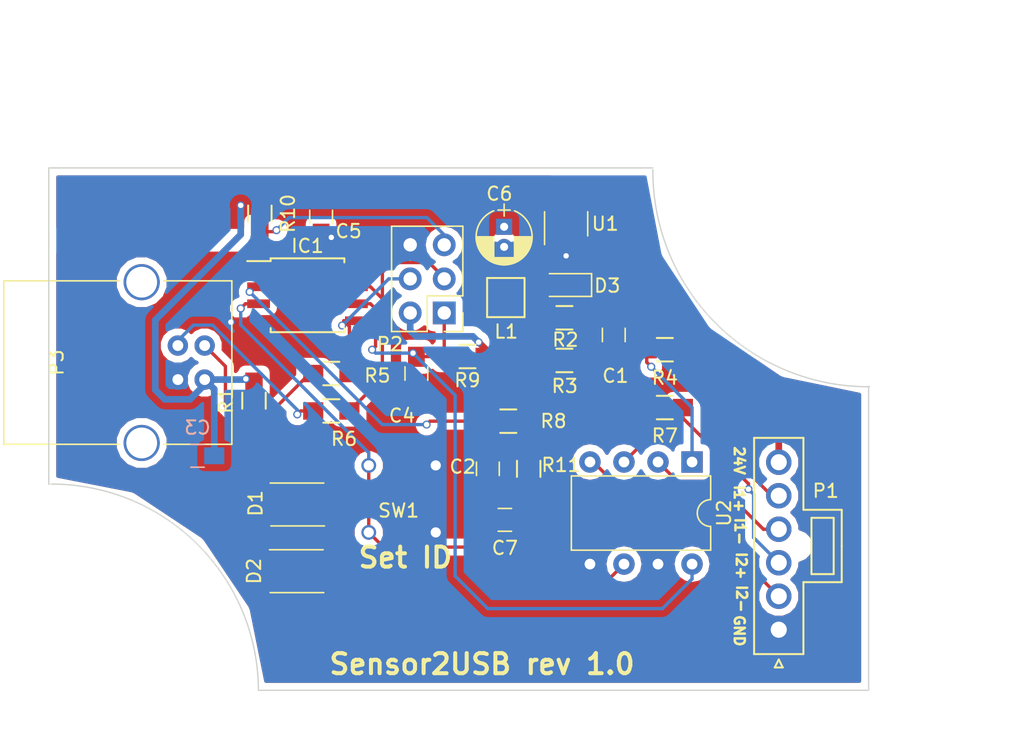
<source format=kicad_pcb>
(kicad_pcb (version 4) (host pcbnew 4.0.4-stable)

  (general
    (links 66)
    (no_connects 0)
    (area 104.103119 99.700765 184.55272 154.706321)
    (thickness 1.6)
    (drawings 20)
    (tracks 232)
    (zones 0)
    (modules 29)
    (nets 20)
  )

  (page A4)
  (layers
    (0 F.Cu signal)
    (31 B.Cu signal)
    (32 B.Adhes user)
    (33 F.Adhes user)
    (34 B.Paste user)
    (35 F.Paste user)
    (36 B.SilkS user)
    (37 F.SilkS user)
    (38 B.Mask user)
    (39 F.Mask user)
    (40 Dwgs.User user)
    (41 Cmts.User user)
    (42 Eco1.User user)
    (43 Eco2.User user)
    (44 Edge.Cuts user)
    (45 Margin user)
    (46 B.CrtYd user)
    (47 F.CrtYd user)
    (48 B.Fab user)
    (49 F.Fab user)
  )

  (setup
    (last_trace_width 0.25)
    (trace_clearance 0.2)
    (zone_clearance 0.508)
    (zone_45_only yes)
    (trace_min 0.2)
    (segment_width 0.2)
    (edge_width 0.1)
    (via_size 0.6)
    (via_drill 0.4)
    (via_min_size 0.4)
    (via_min_drill 0.3)
    (uvia_size 0.3)
    (uvia_drill 0.1)
    (uvias_allowed no)
    (uvia_min_size 0.2)
    (uvia_min_drill 0.1)
    (pcb_text_width 0.3)
    (pcb_text_size 1.5 1.5)
    (mod_edge_width 0.15)
    (mod_text_size 1 1)
    (mod_text_width 0.15)
    (pad_size 6 6)
    (pad_drill 5.5)
    (pad_to_mask_clearance 0)
    (aux_axis_origin 0 0)
    (grid_origin 169.13352 111.75492)
    (visible_elements 7FFEFFFF)
    (pcbplotparams
      (layerselection 0x013ff_80000001)
      (usegerberextensions false)
      (excludeedgelayer true)
      (linewidth 0.100000)
      (plotframeref false)
      (viasonmask false)
      (mode 1)
      (useauxorigin false)
      (hpglpennumber 1)
      (hpglpenspeed 20)
      (hpglpendiameter 15)
      (hpglpenoverlay 2)
      (psnegative false)
      (psa4output false)
      (plotreference true)
      (plotvalue false)
      (plotinvisibletext false)
      (padsonsilk false)
      (subtractmaskfromsilk false)
      (outputformat 1)
      (mirror false)
      (drillshape 0)
      (scaleselection 1)
      (outputdirectory Gerbers))
  )

  (net 0 "")
  (net 1 +24V)
  (net 2 GND)
  (net 3 /D2)
  (net 4 VCC)
  (net 5 /D1)
  (net 6 /USB_D-)
  (net 7 /USB_D+)
  (net 8 "Net-(D3-Pad2)")
  (net 9 "Net-(R2-Pad1)")
  (net 10 /MOSI)
  (net 11 /SCK)
  (net 12 /RST)
  (net 13 /IN_2-)
  (net 14 /IN_2+)
  (net 15 /IN_1-)
  (net 16 /IN_1+)
  (net 17 "Net-(R4-Pad2)")
  (net 18 "Net-(R7-Pad2)")
  (net 19 /SET_ID)

  (net_class Default "This is the default net class."
    (clearance 0.2)
    (trace_width 0.25)
    (via_dia 0.6)
    (via_drill 0.4)
    (uvia_dia 0.3)
    (uvia_drill 0.1)
    (add_net /D1)
    (add_net /D2)
    (add_net /IN_1+)
    (add_net /IN_1-)
    (add_net /IN_2+)
    (add_net /IN_2-)
    (add_net /MOSI)
    (add_net /RST)
    (add_net /SCK)
    (add_net /SET_ID)
    (add_net /USB_D+)
    (add_net /USB_D-)
    (add_net "Net-(R4-Pad2)")
    (add_net "Net-(R7-Pad2)")
  )

  (net_class Power ""
    (clearance 0.2)
    (trace_width 0.5)
    (via_dia 0.6)
    (via_drill 0.4)
    (uvia_dia 0.3)
    (uvia_drill 0.1)
    (add_net +24V)
    (add_net GND)
    (add_net "Net-(D3-Pad2)")
    (add_net "Net-(R2-Pad1)")
    (add_net VCC)
  )

  (module Connectors_Molex:Molex_NanoFit_1x06x2.50mm_Straight (layer F.Cu) (tedit 58868A7C) (tstamp 5884C10C)
    (at 162.42792 146.24812 90)
    (descr "Molex Nano Fit, single row, top entry, through hole, Datasheet:http://www.molex.com/pdm_docs/sd/1053091203_sd.pdf")
    (tags "connector molex nano-fit 105309-xx12")
    (path /5883E180)
    (fp_text reference P1 (at 10.3632 3.5052 180) (layer F.SilkS)
      (effects (font (size 1 1) (thickness 0.15)))
    )
    (fp_text value CONN_01X06 (at 6.25 -4.5 90) (layer F.Fab)
      (effects (font (size 1 1) (thickness 0.15)))
    )
    (fp_line (start -1.72 -1.74) (end -1.72 1.74) (layer F.Fab) (width 0.05))
    (fp_line (start -1.72 1.74) (end 14.22 1.74) (layer F.Fab) (width 0.05))
    (fp_line (start 14.22 1.74) (end 14.22 -1.74) (layer F.Fab) (width 0.05))
    (fp_line (start 14.22 -1.74) (end -1.72 -1.74) (layer F.Fab) (width 0.05))
    (fp_line (start 6.25 -1.84) (end -1.82 -1.84) (layer F.SilkS) (width 0.15))
    (fp_line (start -1.82 -1.84) (end -1.82 1.84) (layer F.SilkS) (width 0.15))
    (fp_line (start -1.82 1.84) (end 3.55 1.84) (layer F.SilkS) (width 0.15))
    (fp_line (start 3.55 1.84) (end 3.55 4.7) (layer F.SilkS) (width 0.15))
    (fp_line (start 3.55 4.7) (end 6.25 4.7) (layer F.SilkS) (width 0.15))
    (fp_line (start 6.25 -1.84) (end 14.32 -1.84) (layer F.SilkS) (width 0.15))
    (fp_line (start 14.32 -1.84) (end 14.32 1.84) (layer F.SilkS) (width 0.15))
    (fp_line (start 14.32 1.84) (end 8.95 1.84) (layer F.SilkS) (width 0.15))
    (fp_line (start 8.95 1.84) (end 8.95 4.7) (layer F.SilkS) (width 0.15))
    (fp_line (start 8.95 4.7) (end 6.25 4.7) (layer F.SilkS) (width 0.15))
    (fp_line (start 4.15 2.44) (end 4.15 4.1) (layer F.SilkS) (width 0.15))
    (fp_line (start 4.15 4.1) (end 8.35 4.1) (layer F.SilkS) (width 0.15))
    (fp_line (start 8.35 4.1) (end 8.35 2.44) (layer F.SilkS) (width 0.15))
    (fp_line (start 8.35 2.44) (end 4.15 2.44) (layer F.SilkS) (width 0.15))
    (fp_line (start -2.2 -2.2) (end -2.2 2.2) (layer F.CrtYd) (width 0.05))
    (fp_line (start -2.2 2.2) (end 3.1 2.2) (layer F.CrtYd) (width 0.05))
    (fp_line (start 3.1 2.2) (end 3.1 5.05) (layer F.CrtYd) (width 0.05))
    (fp_line (start 3.1 5.05) (end 9.3 5.05) (layer F.CrtYd) (width 0.05))
    (fp_line (start 9.3 5.05) (end 9.3 2.2) (layer F.CrtYd) (width 0.05))
    (fp_line (start 9.3 2.2) (end 14.7 2.2) (layer F.CrtYd) (width 0.05))
    (fp_line (start 14.7 2.2) (end 14.7 -2.2) (layer F.CrtYd) (width 0.05))
    (fp_line (start 14.7 -2.2) (end -2.2 -2.2) (layer F.CrtYd) (width 0.05))
    (fp_line (start -1.1875 -1.1875) (end -1.1875 1.1875) (layer F.Fab) (width 0.05))
    (fp_line (start -1.1875 1.1875) (end 1.1875 1.1875) (layer F.Fab) (width 0.05))
    (fp_line (start 1.1875 1.1875) (end 1.1875 -1.1875) (layer F.Fab) (width 0.05))
    (fp_line (start 1.1875 -1.1875) (end -1.1875 -1.1875) (layer F.Fab) (width 0.05))
    (fp_line (start 1.3125 -1.1875) (end 1.3125 1.1875) (layer F.Fab) (width 0.05))
    (fp_line (start 1.3125 1.1875) (end 3.6875 1.1875) (layer F.Fab) (width 0.05))
    (fp_line (start 3.6875 1.1875) (end 3.6875 -1.1875) (layer F.Fab) (width 0.05))
    (fp_line (start 3.6875 -1.1875) (end 1.3125 -1.1875) (layer F.Fab) (width 0.05))
    (fp_line (start 3.8125 -1.1875) (end 3.8125 1.1875) (layer F.Fab) (width 0.05))
    (fp_line (start 3.8125 1.1875) (end 6.1875 1.1875) (layer F.Fab) (width 0.05))
    (fp_line (start 6.1875 1.1875) (end 6.1875 -1.1875) (layer F.Fab) (width 0.05))
    (fp_line (start 6.1875 -1.1875) (end 3.8125 -1.1875) (layer F.Fab) (width 0.05))
    (fp_line (start 6.3125 -1.1875) (end 6.3125 1.1875) (layer F.Fab) (width 0.05))
    (fp_line (start 6.3125 1.1875) (end 8.6875 1.1875) (layer F.Fab) (width 0.05))
    (fp_line (start 8.6875 1.1875) (end 8.6875 -1.1875) (layer F.Fab) (width 0.05))
    (fp_line (start 8.6875 -1.1875) (end 6.3125 -1.1875) (layer F.Fab) (width 0.05))
    (fp_line (start 8.8125 -1.1875) (end 8.8125 1.1875) (layer F.Fab) (width 0.05))
    (fp_line (start 8.8125 1.1875) (end 11.1875 1.1875) (layer F.Fab) (width 0.05))
    (fp_line (start 11.1875 1.1875) (end 11.1875 -1.1875) (layer F.Fab) (width 0.05))
    (fp_line (start 11.1875 -1.1875) (end 8.8125 -1.1875) (layer F.Fab) (width 0.05))
    (fp_line (start 11.3125 -1.1875) (end 11.3125 1.1875) (layer F.Fab) (width 0.05))
    (fp_line (start 11.3125 1.1875) (end 13.6875 1.1875) (layer F.Fab) (width 0.05))
    (fp_line (start 13.6875 1.1875) (end 13.6875 -1.1875) (layer F.Fab) (width 0.05))
    (fp_line (start 13.6875 -1.1875) (end 11.3125 -1.1875) (layer F.Fab) (width 0.05))
    (fp_line (start -2.22 0) (end -2.82 0.3) (layer F.SilkS) (width 0.15))
    (fp_line (start -2.82 0.3) (end -2.82 -0.3) (layer F.SilkS) (width 0.15))
    (fp_line (start -2.82 -0.3) (end -2.22 0) (layer F.SilkS) (width 0.15))
    (pad 1 thru_hole rect (at 0 0 90) (size 1.9 1.9) (drill 1.2) (layers *.Cu *.Mask)
      (net 2 GND))
    (pad 2 thru_hole circle (at 2.5 0 90) (size 1.9 1.9) (drill 1.2) (layers *.Cu *.Mask)
      (net 13 /IN_2-))
    (pad 3 thru_hole circle (at 5 0 90) (size 1.9 1.9) (drill 1.2) (layers *.Cu *.Mask)
      (net 14 /IN_2+))
    (pad 4 thru_hole circle (at 7.5 0 90) (size 1.9 1.9) (drill 1.2) (layers *.Cu *.Mask)
      (net 15 /IN_1-))
    (pad 5 thru_hole circle (at 10 0 90) (size 1.9 1.9) (drill 1.2) (layers *.Cu *.Mask)
      (net 16 /IN_1+))
    (pad 6 thru_hole circle (at 12.5 0 90) (size 1.9 1.9) (drill 1.2) (layers *.Cu *.Mask)
      (net 1 +24V))
    (pad "" np_thru_hole circle (at 6.25 1.34 90) (size 1.3 1.3) (drill 1.3) (layers *.Cu))
    (model Connectors_Molex.3dshapes/Molex_NanoFit_1x06x2.50mm_Straight.wrl
      (at (xyz 0 0 0))
      (scale (xyz 1 1 1))
      (rotate (xyz 0 0 0))
    )
  )

  (module Housings_DIP:DIP-8_W7.62mm (layer F.Cu) (tedit 586281B4) (tstamp 5883D54A)
    (at 155.956 133.731 270)
    (descr "8-lead dip package, row spacing 7.62 mm (300 mils)")
    (tags "DIL DIP PDIP 2.54mm 7.62mm 300mil")
    (path /5883DBE5)
    (fp_text reference U2 (at 3.81 -2.39 270) (layer F.SilkS)
      (effects (font (size 1 1) (thickness 0.15)))
    )
    (fp_text value LTV-827 (at 3.81 10.01 270) (layer F.Fab)
      (effects (font (size 1 1) (thickness 0.15)))
    )
    (fp_arc (start 3.81 -1.39) (end 2.81 -1.39) (angle -180) (layer F.SilkS) (width 0.12))
    (fp_line (start 1.635 -1.27) (end 6.985 -1.27) (layer F.Fab) (width 0.1))
    (fp_line (start 6.985 -1.27) (end 6.985 8.89) (layer F.Fab) (width 0.1))
    (fp_line (start 6.985 8.89) (end 0.635 8.89) (layer F.Fab) (width 0.1))
    (fp_line (start 0.635 8.89) (end 0.635 -0.27) (layer F.Fab) (width 0.1))
    (fp_line (start 0.635 -0.27) (end 1.635 -1.27) (layer F.Fab) (width 0.1))
    (fp_line (start 2.81 -1.39) (end 1.04 -1.39) (layer F.SilkS) (width 0.12))
    (fp_line (start 1.04 -1.39) (end 1.04 9.01) (layer F.SilkS) (width 0.12))
    (fp_line (start 1.04 9.01) (end 6.58 9.01) (layer F.SilkS) (width 0.12))
    (fp_line (start 6.58 9.01) (end 6.58 -1.39) (layer F.SilkS) (width 0.12))
    (fp_line (start 6.58 -1.39) (end 4.81 -1.39) (layer F.SilkS) (width 0.12))
    (fp_line (start -1.1 -1.6) (end -1.1 9.2) (layer F.CrtYd) (width 0.05))
    (fp_line (start -1.1 9.2) (end 8.7 9.2) (layer F.CrtYd) (width 0.05))
    (fp_line (start 8.7 9.2) (end 8.7 -1.6) (layer F.CrtYd) (width 0.05))
    (fp_line (start 8.7 -1.6) (end -1.1 -1.6) (layer F.CrtYd) (width 0.05))
    (pad 1 thru_hole rect (at 0 0 270) (size 1.6 1.6) (drill 0.8) (layers *.Cu *.Mask)
      (net 17 "Net-(R4-Pad2)"))
    (pad 5 thru_hole oval (at 7.62 7.62 270) (size 1.6 1.6) (drill 0.8) (layers *.Cu *.Mask)
      (net 2 GND))
    (pad 2 thru_hole oval (at 0 2.54 270) (size 1.6 1.6) (drill 0.8) (layers *.Cu *.Mask)
      (net 15 /IN_1-))
    (pad 6 thru_hole oval (at 7.62 5.08 270) (size 1.6 1.6) (drill 0.8) (layers *.Cu *.Mask)
      (net 3 /D2))
    (pad 3 thru_hole oval (at 0 5.08 270) (size 1.6 1.6) (drill 0.8) (layers *.Cu *.Mask)
      (net 18 "Net-(R7-Pad2)"))
    (pad 7 thru_hole oval (at 7.62 2.54 270) (size 1.6 1.6) (drill 0.8) (layers *.Cu *.Mask)
      (net 2 GND))
    (pad 4 thru_hole oval (at 0 7.62 270) (size 1.6 1.6) (drill 0.8) (layers *.Cu *.Mask)
      (net 13 /IN_2-))
    (pad 8 thru_hole oval (at 7.62 0 270) (size 1.6 1.6) (drill 0.8) (layers *.Cu *.Mask)
      (net 5 /D1))
    (model Housings_DIP.3dshapes/DIP-8_W7.62mm.wrl
      (at (xyz 0 0 0))
      (scale (xyz 1 1 1))
      (rotate (xyz 0 0 0))
    )
  )

  (module LEDs:LED_PLCC_2835_Handsoldering (layer F.Cu) (tedit 5883E0ED) (tstamp 5883D4B7)
    (at 127.02032 136.90092)
    (descr http://www.everlight.com/file/ProductFile/67-21S-KK2C-H4040QAR32835Z15-2T.pdf)
    (tags LED)
    (path /581E3CE7)
    (attr smd)
    (fp_text reference D1 (at -3.64236 -0.08636 90) (layer F.SilkS)
      (effects (font (size 1 1) (thickness 0.15)))
    )
    (fp_text value LED_BLUE (at -0.2 -2.6) (layer F.Fab)
      (effects (font (size 1 1) (thickness 0.15)))
    )
    (fp_line (start 1.15 -0.65) (end 0.7 -0.65) (layer F.Fab) (width 0.1))
    (fp_line (start 0.93 -0.4) (end 0.93 -0.9) (layer F.Fab) (width 0.1))
    (fp_line (start 2.3 -1.75) (end 2.3 1.75) (layer F.CrtYd) (width 0.05))
    (fp_line (start -2.8 -1.75) (end 2.3 -1.75) (layer F.CrtYd) (width 0.05))
    (fp_line (start -2.8 1.75) (end -2.8 -1.75) (layer F.CrtYd) (width 0.05))
    (fp_line (start 2.3 1.75) (end -2.8 1.75) (layer F.CrtYd) (width 0.05))
    (fp_line (start 1.45 -1.6) (end -2.55 -1.6) (layer F.SilkS) (width 0.12))
    (fp_line (start 1.5 1.6) (end -2.5 1.6) (layer F.SilkS) (width 0.12))
    (fp_line (start 1.4 -0.8) (end 1.4 0) (layer F.Fab) (width 0.1))
    (fp_line (start 1 -1.2) (end 1.4 -0.8) (layer F.Fab) (width 0.1))
    (fp_line (start -1.4 -1.2) (end 1 -1.2) (layer F.Fab) (width 0.1))
    (fp_line (start -1.8 -0.8) (end -1.4 -1.2) (layer F.Fab) (width 0.1))
    (fp_line (start -1.8 0.8) (end -1.8 -0.8) (layer F.Fab) (width 0.1))
    (fp_line (start -1.4 1.2) (end -1.8 0.8) (layer F.Fab) (width 0.1))
    (fp_line (start 1 1.2) (end -1.4 1.2) (layer F.Fab) (width 0.1))
    (fp_line (start 1.4 0.8) (end 1 1.2) (layer F.Fab) (width 0.1))
    (fp_line (start 1.4 0) (end 1.4 0.8) (layer F.Fab) (width 0.1))
    (fp_line (start 1.55 -1.4) (end 1.55 1.4) (layer F.Fab) (width 0.1))
    (fp_line (start -1.95 -1.4) (end 1.55 -1.4) (layer F.Fab) (width 0.1))
    (fp_line (start -1.95 1.4) (end -1.95 -1.4) (layer F.Fab) (width 0.1))
    (fp_line (start 1.55 1.4) (end -1.95 1.4) (layer F.Fab) (width 0.1))
    (pad 1 smd rect (at -1.33 0 180) (size 2.5 2.1) (layers F.Cu F.Paste F.Mask)
      (net 2 GND))
    (pad 2 smd rect (at 1.33 0 180) (size 1.5 2.1) (layers F.Cu F.Paste F.Mask)
      (net 6 /USB_D-))
    (model LEDs.3dshapes\LED_PLCC_2835_Handsoldering.wrl
      (at (xyz 0 0 0))
      (scale (xyz 0.4 0.4 0.4))
      (rotate (xyz 0 0 0))
    )
  )

  (module LEDs:LED_PLCC_2835_Handsoldering (layer F.Cu) (tedit 5883E0E8) (tstamp 5883D4BD)
    (at 126.96952 141.87932)
    (descr http://www.everlight.com/file/ProductFile/67-21S-KK2C-H4040QAR32835Z15-2T.pdf)
    (tags LED)
    (path /580B9AA2)
    (attr smd)
    (fp_text reference D2 (at -3.70332 0 90) (layer F.SilkS)
      (effects (font (size 1 1) (thickness 0.15)))
    )
    (fp_text value LED_BLUE (at -0.2 -2.6) (layer F.Fab)
      (effects (font (size 1 1) (thickness 0.15)))
    )
    (fp_line (start 1.15 -0.65) (end 0.7 -0.65) (layer F.Fab) (width 0.1))
    (fp_line (start 0.93 -0.4) (end 0.93 -0.9) (layer F.Fab) (width 0.1))
    (fp_line (start 2.3 -1.75) (end 2.3 1.75) (layer F.CrtYd) (width 0.05))
    (fp_line (start -2.8 -1.75) (end 2.3 -1.75) (layer F.CrtYd) (width 0.05))
    (fp_line (start -2.8 1.75) (end -2.8 -1.75) (layer F.CrtYd) (width 0.05))
    (fp_line (start 2.3 1.75) (end -2.8 1.75) (layer F.CrtYd) (width 0.05))
    (fp_line (start 1.45 -1.6) (end -2.55 -1.6) (layer F.SilkS) (width 0.12))
    (fp_line (start 1.5 1.6) (end -2.5 1.6) (layer F.SilkS) (width 0.12))
    (fp_line (start 1.4 -0.8) (end 1.4 0) (layer F.Fab) (width 0.1))
    (fp_line (start 1 -1.2) (end 1.4 -0.8) (layer F.Fab) (width 0.1))
    (fp_line (start -1.4 -1.2) (end 1 -1.2) (layer F.Fab) (width 0.1))
    (fp_line (start -1.8 -0.8) (end -1.4 -1.2) (layer F.Fab) (width 0.1))
    (fp_line (start -1.8 0.8) (end -1.8 -0.8) (layer F.Fab) (width 0.1))
    (fp_line (start -1.4 1.2) (end -1.8 0.8) (layer F.Fab) (width 0.1))
    (fp_line (start 1 1.2) (end -1.4 1.2) (layer F.Fab) (width 0.1))
    (fp_line (start 1.4 0.8) (end 1 1.2) (layer F.Fab) (width 0.1))
    (fp_line (start 1.4 0) (end 1.4 0.8) (layer F.Fab) (width 0.1))
    (fp_line (start 1.55 -1.4) (end 1.55 1.4) (layer F.Fab) (width 0.1))
    (fp_line (start -1.95 -1.4) (end 1.55 -1.4) (layer F.Fab) (width 0.1))
    (fp_line (start -1.95 1.4) (end -1.95 -1.4) (layer F.Fab) (width 0.1))
    (fp_line (start 1.55 1.4) (end -1.95 1.4) (layer F.Fab) (width 0.1))
    (pad 1 smd rect (at -1.33 0 180) (size 2.5 2.1) (layers F.Cu F.Paste F.Mask)
      (net 2 GND))
    (pad 2 smd rect (at 1.33 0 180) (size 1.5 2.1) (layers F.Cu F.Paste F.Mask)
      (net 7 /USB_D+))
    (model LEDs.3dshapes\LED_PLCC_2835_Handsoldering.wrl
      (at (xyz 0 0 0))
      (scale (xyz 0.4 0.4 0.4))
      (rotate (xyz 0 0 0))
    )
  )

  (module TO_SOT_Packages_SMD:SOT-23-5 (layer F.Cu) (tedit 58868B7E) (tstamp 5883D4F4)
    (at 146.558 115.951 90)
    (descr "5-pin SOT23 package")
    (tags SOT-23-5)
    (path /580BB183)
    (attr smd)
    (fp_text reference U1 (at 0.00508 2.91592 180) (layer F.SilkS)
      (effects (font (size 1 1) (thickness 0.15)))
    )
    (fp_text value AP3015 (at 0 2.9 90) (layer F.Fab)
      (effects (font (size 1 1) (thickness 0.15)))
    )
    (fp_line (start -0.9 1.61) (end 0.9 1.61) (layer F.SilkS) (width 0.12))
    (fp_line (start 0.9 -1.61) (end -1.55 -1.61) (layer F.SilkS) (width 0.12))
    (fp_line (start -1.9 -1.8) (end 1.9 -1.8) (layer F.CrtYd) (width 0.05))
    (fp_line (start 1.9 -1.8) (end 1.9 1.8) (layer F.CrtYd) (width 0.05))
    (fp_line (start 1.9 1.8) (end -1.9 1.8) (layer F.CrtYd) (width 0.05))
    (fp_line (start -1.9 1.8) (end -1.9 -1.8) (layer F.CrtYd) (width 0.05))
    (fp_line (start 0.9 -1.55) (end -0.9 -1.55) (layer F.Fab) (width 0.15))
    (fp_line (start -0.9 -1.55) (end -0.9 1.55) (layer F.Fab) (width 0.15))
    (fp_line (start 0.9 1.55) (end -0.9 1.55) (layer F.Fab) (width 0.15))
    (fp_line (start 0.9 -1.55) (end 0.9 1.55) (layer F.Fab) (width 0.15))
    (pad 1 smd rect (at -1.1 -0.95 90) (size 1.06 0.65) (layers F.Cu F.Paste F.Mask)
      (net 8 "Net-(D3-Pad2)"))
    (pad 2 smd rect (at -1.1 0 90) (size 1.06 0.65) (layers F.Cu F.Paste F.Mask)
      (net 2 GND))
    (pad 3 smd rect (at -1.1 0.95 90) (size 1.06 0.65) (layers F.Cu F.Paste F.Mask)
      (net 9 "Net-(R2-Pad1)"))
    (pad 4 smd rect (at 1.1 0.95 90) (size 1.06 0.65) (layers F.Cu F.Paste F.Mask)
      (net 4 VCC))
    (pad 5 smd rect (at 1.1 -0.95 90) (size 1.06 0.65) (layers F.Cu F.Paste F.Mask)
      (net 4 VCC))
    (model TO_SOT_Packages_SMD.3dshapes/SOT-23-5.wrl
      (at (xyz 0 0 0))
      (scale (xyz 1 1 1))
      (rotate (xyz 0 0 0))
    )
  )

  (module Resistors_SMD:R_0805_HandSoldering (layer F.Cu) (tedit 58307B90) (tstamp 5883D52C)
    (at 153.924 125.349 180)
    (descr "Resistor SMD 0805, hand soldering")
    (tags "resistor 0805")
    (path /5883F71D)
    (attr smd)
    (fp_text reference R4 (at 0 -2.1 180) (layer F.SilkS)
      (effects (font (size 1 1) (thickness 0.15)))
    )
    (fp_text value 2.2k (at 0 2.1 180) (layer F.Fab)
      (effects (font (size 1 1) (thickness 0.15)))
    )
    (fp_line (start -1 0.625) (end -1 -0.625) (layer F.Fab) (width 0.1))
    (fp_line (start 1 0.625) (end -1 0.625) (layer F.Fab) (width 0.1))
    (fp_line (start 1 -0.625) (end 1 0.625) (layer F.Fab) (width 0.1))
    (fp_line (start -1 -0.625) (end 1 -0.625) (layer F.Fab) (width 0.1))
    (fp_line (start -2.4 -1) (end 2.4 -1) (layer F.CrtYd) (width 0.05))
    (fp_line (start -2.4 1) (end 2.4 1) (layer F.CrtYd) (width 0.05))
    (fp_line (start -2.4 -1) (end -2.4 1) (layer F.CrtYd) (width 0.05))
    (fp_line (start 2.4 -1) (end 2.4 1) (layer F.CrtYd) (width 0.05))
    (fp_line (start 0.6 0.875) (end -0.6 0.875) (layer F.SilkS) (width 0.15))
    (fp_line (start -0.6 -0.875) (end 0.6 -0.875) (layer F.SilkS) (width 0.15))
    (pad 1 smd rect (at -1.35 0 180) (size 1.5 1.3) (layers F.Cu F.Paste F.Mask)
      (net 16 /IN_1+))
    (pad 2 smd rect (at 1.35 0 180) (size 1.5 1.3) (layers F.Cu F.Paste F.Mask)
      (net 17 "Net-(R4-Pad2)"))
    (model Resistors_SMD.3dshapes/R_0805_HandSoldering.wrl
      (at (xyz 0 0 0))
      (scale (xyz 1 1 1))
      (rotate (xyz 0 0 0))
    )
  )

  (module Resistors_SMD:R_0805_HandSoldering (layer F.Cu) (tedit 58307B90) (tstamp 5883D532)
    (at 153.924 129.667 180)
    (descr "Resistor SMD 0805, hand soldering")
    (tags "resistor 0805")
    (path /5883F805)
    (attr smd)
    (fp_text reference R7 (at 0 -2.1 180) (layer F.SilkS)
      (effects (font (size 1 1) (thickness 0.15)))
    )
    (fp_text value 2.2k (at 0 2.1 180) (layer F.Fab)
      (effects (font (size 1 1) (thickness 0.15)))
    )
    (fp_line (start -1 0.625) (end -1 -0.625) (layer F.Fab) (width 0.1))
    (fp_line (start 1 0.625) (end -1 0.625) (layer F.Fab) (width 0.1))
    (fp_line (start 1 -0.625) (end 1 0.625) (layer F.Fab) (width 0.1))
    (fp_line (start -1 -0.625) (end 1 -0.625) (layer F.Fab) (width 0.1))
    (fp_line (start -2.4 -1) (end 2.4 -1) (layer F.CrtYd) (width 0.05))
    (fp_line (start -2.4 1) (end 2.4 1) (layer F.CrtYd) (width 0.05))
    (fp_line (start -2.4 -1) (end -2.4 1) (layer F.CrtYd) (width 0.05))
    (fp_line (start 2.4 -1) (end 2.4 1) (layer F.CrtYd) (width 0.05))
    (fp_line (start 0.6 0.875) (end -0.6 0.875) (layer F.SilkS) (width 0.15))
    (fp_line (start -0.6 -0.875) (end 0.6 -0.875) (layer F.SilkS) (width 0.15))
    (pad 1 smd rect (at -1.35 0 180) (size 1.5 1.3) (layers F.Cu F.Paste F.Mask)
      (net 14 /IN_2+))
    (pad 2 smd rect (at 1.35 0 180) (size 1.5 1.3) (layers F.Cu F.Paste F.Mask)
      (net 18 "Net-(R7-Pad2)"))
    (model Resistors_SMD.3dshapes/R_0805_HandSoldering.wrl
      (at (xyz 0 0 0))
      (scale (xyz 1 1 1))
      (rotate (xyz 0 0 0))
    )
  )

  (module Resistors_SMD:R_0805_HandSoldering (layer F.Cu) (tedit 588D5736) (tstamp 5883D538)
    (at 142.24 130.683 180)
    (descr "Resistor SMD 0805, hand soldering")
    (tags "resistor 0805")
    (path /58841042)
    (attr smd)
    (fp_text reference R8 (at -3.37312 0.00508 180) (layer F.SilkS)
      (effects (font (size 1 1) (thickness 0.15)))
    )
    (fp_text value 2.2k (at 0 2.1 180) (layer F.Fab)
      (effects (font (size 1 1) (thickness 0.15)))
    )
    (fp_line (start -1 0.625) (end -1 -0.625) (layer F.Fab) (width 0.1))
    (fp_line (start 1 0.625) (end -1 0.625) (layer F.Fab) (width 0.1))
    (fp_line (start 1 -0.625) (end 1 0.625) (layer F.Fab) (width 0.1))
    (fp_line (start -1 -0.625) (end 1 -0.625) (layer F.Fab) (width 0.1))
    (fp_line (start -2.4 -1) (end 2.4 -1) (layer F.CrtYd) (width 0.05))
    (fp_line (start -2.4 1) (end 2.4 1) (layer F.CrtYd) (width 0.05))
    (fp_line (start -2.4 -1) (end -2.4 1) (layer F.CrtYd) (width 0.05))
    (fp_line (start 2.4 -1) (end 2.4 1) (layer F.CrtYd) (width 0.05))
    (fp_line (start 0.6 0.875) (end -0.6 0.875) (layer F.SilkS) (width 0.15))
    (fp_line (start -0.6 -0.875) (end 0.6 -0.875) (layer F.SilkS) (width 0.15))
    (pad 1 smd rect (at -1.35 0 180) (size 1.5 1.3) (layers F.Cu F.Paste F.Mask)
      (net 4 VCC))
    (pad 2 smd rect (at 1.35 0 180) (size 1.5 1.3) (layers F.Cu F.Paste F.Mask)
      (net 3 /D2))
    (model Resistors_SMD.3dshapes/R_0805_HandSoldering.wrl
      (at (xyz 0 0 0))
      (scale (xyz 1 1 1))
      (rotate (xyz 0 0 0))
    )
  )

  (module Resistors_SMD:R_0805_HandSoldering (layer F.Cu) (tedit 588D572E) (tstamp 5883D53E)
    (at 139.192 125.857 180)
    (descr "Resistor SMD 0805, hand soldering")
    (tags "resistor 0805")
    (path /588447C3)
    (attr smd)
    (fp_text reference R9 (at 0.00508 -1.77292 180) (layer F.SilkS)
      (effects (font (size 1 1) (thickness 0.15)))
    )
    (fp_text value 2.2k (at 0 2.1 180) (layer F.Fab)
      (effects (font (size 1 1) (thickness 0.15)))
    )
    (fp_line (start -1 0.625) (end -1 -0.625) (layer F.Fab) (width 0.1))
    (fp_line (start 1 0.625) (end -1 0.625) (layer F.Fab) (width 0.1))
    (fp_line (start 1 -0.625) (end 1 0.625) (layer F.Fab) (width 0.1))
    (fp_line (start -1 -0.625) (end 1 -0.625) (layer F.Fab) (width 0.1))
    (fp_line (start -2.4 -1) (end 2.4 -1) (layer F.CrtYd) (width 0.05))
    (fp_line (start -2.4 1) (end 2.4 1) (layer F.CrtYd) (width 0.05))
    (fp_line (start -2.4 -1) (end -2.4 1) (layer F.CrtYd) (width 0.05))
    (fp_line (start 2.4 -1) (end 2.4 1) (layer F.CrtYd) (width 0.05))
    (fp_line (start 0.6 0.875) (end -0.6 0.875) (layer F.SilkS) (width 0.15))
    (fp_line (start -0.6 -0.875) (end 0.6 -0.875) (layer F.SilkS) (width 0.15))
    (pad 1 smd rect (at -1.35 0 180) (size 1.5 1.3) (layers F.Cu F.Paste F.Mask)
      (net 4 VCC))
    (pad 2 smd rect (at 1.35 0 180) (size 1.5 1.3) (layers F.Cu F.Paste F.Mask)
      (net 5 /D1))
    (model Resistors_SMD.3dshapes/R_0805_HandSoldering.wrl
      (at (xyz 0 0 0))
      (scale (xyz 1 1 1))
      (rotate (xyz 0 0 0))
    )
  )

  (module Capacitors_SMD:C_0805_HandSoldering (layer F.Cu) (tedit 588D571C) (tstamp 5883D587)
    (at 150.114 124.24664 270)
    (descr "Capacitor SMD 0805, hand soldering")
    (tags "capacitor 0805")
    (path /580BBEB1)
    (attr smd)
    (fp_text reference C1 (at 3.05308 -0.12192 360) (layer F.SilkS)
      (effects (font (size 1 1) (thickness 0.15)))
    )
    (fp_text value 4.7u (at 0 2.1 270) (layer F.Fab)
      (effects (font (size 1 1) (thickness 0.15)))
    )
    (fp_line (start -1 0.625) (end -1 -0.625) (layer F.Fab) (width 0.1))
    (fp_line (start 1 0.625) (end -1 0.625) (layer F.Fab) (width 0.1))
    (fp_line (start 1 -0.625) (end 1 0.625) (layer F.Fab) (width 0.1))
    (fp_line (start -1 -0.625) (end 1 -0.625) (layer F.Fab) (width 0.1))
    (fp_line (start -2.3 -1) (end 2.3 -1) (layer F.CrtYd) (width 0.05))
    (fp_line (start -2.3 1) (end 2.3 1) (layer F.CrtYd) (width 0.05))
    (fp_line (start -2.3 -1) (end -2.3 1) (layer F.CrtYd) (width 0.05))
    (fp_line (start 2.3 -1) (end 2.3 1) (layer F.CrtYd) (width 0.05))
    (fp_line (start 0.5 -0.85) (end -0.5 -0.85) (layer F.SilkS) (width 0.12))
    (fp_line (start -0.5 0.85) (end 0.5 0.85) (layer F.SilkS) (width 0.12))
    (pad 1 smd rect (at -1.25 0 270) (size 1.5 1.25) (layers F.Cu F.Paste F.Mask)
      (net 1 +24V))
    (pad 2 smd rect (at 1.25 0 270) (size 1.5 1.25) (layers F.Cu F.Paste F.Mask)
      (net 2 GND))
    (model Capacitors_SMD.3dshapes/C_0805_HandSoldering.wrl
      (at (xyz 0 0 0))
      (scale (xyz 1 1 1))
      (rotate (xyz 0 0 0))
    )
  )

  (module Capacitors_SMD:C_0805_HandSoldering (layer F.Cu) (tedit 588689E3) (tstamp 5883D58C)
    (at 140.716 134.239 270)
    (descr "Capacitor SMD 0805, hand soldering")
    (tags "capacitor 0805")
    (path /5883E192)
    (attr smd)
    (fp_text reference C2 (at -0.15748 1.88468 360) (layer F.SilkS)
      (effects (font (size 1 1) (thickness 0.15)))
    )
    (fp_text value 100n (at 0 2.1 270) (layer F.Fab)
      (effects (font (size 1 1) (thickness 0.15)))
    )
    (fp_line (start -1 0.625) (end -1 -0.625) (layer F.Fab) (width 0.1))
    (fp_line (start 1 0.625) (end -1 0.625) (layer F.Fab) (width 0.1))
    (fp_line (start 1 -0.625) (end 1 0.625) (layer F.Fab) (width 0.1))
    (fp_line (start -1 -0.625) (end 1 -0.625) (layer F.Fab) (width 0.1))
    (fp_line (start -2.3 -1) (end 2.3 -1) (layer F.CrtYd) (width 0.05))
    (fp_line (start -2.3 1) (end 2.3 1) (layer F.CrtYd) (width 0.05))
    (fp_line (start -2.3 -1) (end -2.3 1) (layer F.CrtYd) (width 0.05))
    (fp_line (start 2.3 -1) (end 2.3 1) (layer F.CrtYd) (width 0.05))
    (fp_line (start 0.5 -0.85) (end -0.5 -0.85) (layer F.SilkS) (width 0.12))
    (fp_line (start -0.5 0.85) (end 0.5 0.85) (layer F.SilkS) (width 0.12))
    (pad 1 smd rect (at -1.25 0 270) (size 1.5 1.25) (layers F.Cu F.Paste F.Mask)
      (net 3 /D2))
    (pad 2 smd rect (at 1.25 0 270) (size 1.5 1.25) (layers F.Cu F.Paste F.Mask)
      (net 2 GND))
    (model Capacitors_SMD.3dshapes/C_0805_HandSoldering.wrl
      (at (xyz 0 0 0))
      (scale (xyz 1 1 1))
      (rotate (xyz 0 0 0))
    )
  )

  (module Capacitors_SMD:C_0805_HandSoldering (layer B.Cu) (tedit 541A9B8D) (tstamp 5883D591)
    (at 119.04472 133.26872 180)
    (descr "Capacitor SMD 0805, hand soldering")
    (tags "capacitor 0805")
    (path /580BB1DE)
    (attr smd)
    (fp_text reference C3 (at 0 2.1 180) (layer B.SilkS)
      (effects (font (size 1 1) (thickness 0.15)) (justify mirror))
    )
    (fp_text value 4.7u (at 0 -2.1 180) (layer B.Fab)
      (effects (font (size 1 1) (thickness 0.15)) (justify mirror))
    )
    (fp_line (start -1 -0.625) (end -1 0.625) (layer B.Fab) (width 0.1))
    (fp_line (start 1 -0.625) (end -1 -0.625) (layer B.Fab) (width 0.1))
    (fp_line (start 1 0.625) (end 1 -0.625) (layer B.Fab) (width 0.1))
    (fp_line (start -1 0.625) (end 1 0.625) (layer B.Fab) (width 0.1))
    (fp_line (start -2.3 1) (end 2.3 1) (layer B.CrtYd) (width 0.05))
    (fp_line (start -2.3 -1) (end 2.3 -1) (layer B.CrtYd) (width 0.05))
    (fp_line (start -2.3 1) (end -2.3 -1) (layer B.CrtYd) (width 0.05))
    (fp_line (start 2.3 1) (end 2.3 -1) (layer B.CrtYd) (width 0.05))
    (fp_line (start 0.5 0.85) (end -0.5 0.85) (layer B.SilkS) (width 0.12))
    (fp_line (start -0.5 -0.85) (end 0.5 -0.85) (layer B.SilkS) (width 0.12))
    (pad 1 smd rect (at -1.25 0 180) (size 1.5 1.25) (layers B.Cu B.Paste B.Mask)
      (net 4 VCC))
    (pad 2 smd rect (at 1.25 0 180) (size 1.5 1.25) (layers B.Cu B.Paste B.Mask)
      (net 2 GND))
    (model Capacitors_SMD.3dshapes/C_0805_HandSoldering.wrl
      (at (xyz 0 0 0))
      (scale (xyz 1 1 1))
      (rotate (xyz 0 0 0))
    )
  )

  (module Capacitors_SMD:C_0805_HandSoldering (layer F.Cu) (tedit 588D570D) (tstamp 5883D596)
    (at 135.382 127.127 270)
    (descr "Capacitor SMD 0805, hand soldering")
    (tags "capacitor 0805")
    (path /5883E769)
    (attr smd)
    (fp_text reference C4 (at 3.14452 1.07188 360) (layer F.SilkS)
      (effects (font (size 1 1) (thickness 0.15)))
    )
    (fp_text value 100n (at 0 2.1 270) (layer F.Fab)
      (effects (font (size 1 1) (thickness 0.15)))
    )
    (fp_line (start -1 0.625) (end -1 -0.625) (layer F.Fab) (width 0.1))
    (fp_line (start 1 0.625) (end -1 0.625) (layer F.Fab) (width 0.1))
    (fp_line (start 1 -0.625) (end 1 0.625) (layer F.Fab) (width 0.1))
    (fp_line (start -1 -0.625) (end 1 -0.625) (layer F.Fab) (width 0.1))
    (fp_line (start -2.3 -1) (end 2.3 -1) (layer F.CrtYd) (width 0.05))
    (fp_line (start -2.3 1) (end 2.3 1) (layer F.CrtYd) (width 0.05))
    (fp_line (start -2.3 -1) (end -2.3 1) (layer F.CrtYd) (width 0.05))
    (fp_line (start 2.3 -1) (end 2.3 1) (layer F.CrtYd) (width 0.05))
    (fp_line (start 0.5 -0.85) (end -0.5 -0.85) (layer F.SilkS) (width 0.12))
    (fp_line (start -0.5 0.85) (end 0.5 0.85) (layer F.SilkS) (width 0.12))
    (pad 1 smd rect (at -1.25 0 270) (size 1.5 1.25) (layers F.Cu F.Paste F.Mask)
      (net 5 /D1))
    (pad 2 smd rect (at 1.25 0 270) (size 1.5 1.25) (layers F.Cu F.Paste F.Mask)
      (net 2 GND))
    (model Capacitors_SMD.3dshapes/C_0805_HandSoldering.wrl
      (at (xyz 0 0 0))
      (scale (xyz 1 1 1))
      (rotate (xyz 0 0 0))
    )
  )

  (module Capacitors_SMD:C_0805_HandSoldering (layer F.Cu) (tedit 588D5701) (tstamp 5883D59B)
    (at 128.27 115.443 270)
    (descr "Capacitor SMD 0805, hand soldering")
    (tags "capacitor 0805")
    (path /580BA247)
    (attr smd)
    (fp_text reference C5 (at 1.06172 -2.05232 360) (layer F.SilkS)
      (effects (font (size 1 1) (thickness 0.15)))
    )
    (fp_text value 100nF (at 0 2.1 270) (layer F.Fab)
      (effects (font (size 1 1) (thickness 0.15)))
    )
    (fp_line (start -1 0.625) (end -1 -0.625) (layer F.Fab) (width 0.1))
    (fp_line (start 1 0.625) (end -1 0.625) (layer F.Fab) (width 0.1))
    (fp_line (start 1 -0.625) (end 1 0.625) (layer F.Fab) (width 0.1))
    (fp_line (start -1 -0.625) (end 1 -0.625) (layer F.Fab) (width 0.1))
    (fp_line (start -2.3 -1) (end 2.3 -1) (layer F.CrtYd) (width 0.05))
    (fp_line (start -2.3 1) (end 2.3 1) (layer F.CrtYd) (width 0.05))
    (fp_line (start -2.3 -1) (end -2.3 1) (layer F.CrtYd) (width 0.05))
    (fp_line (start 2.3 -1) (end 2.3 1) (layer F.CrtYd) (width 0.05))
    (fp_line (start 0.5 -0.85) (end -0.5 -0.85) (layer F.SilkS) (width 0.12))
    (fp_line (start -0.5 0.85) (end 0.5 0.85) (layer F.SilkS) (width 0.12))
    (pad 1 smd rect (at -1.25 0 270) (size 1.5 1.25) (layers F.Cu F.Paste F.Mask)
      (net 4 VCC))
    (pad 2 smd rect (at 1.25 0 270) (size 1.5 1.25) (layers F.Cu F.Paste F.Mask)
      (net 2 GND))
    (model Capacitors_SMD.3dshapes/C_0805_HandSoldering.wrl
      (at (xyz 0 0 0))
      (scale (xyz 1 1 1))
      (rotate (xyz 0 0 0))
    )
  )

  (module Resistors_SMD:R_0805_HandSoldering (layer F.Cu) (tedit 58307B90) (tstamp 5883D5A0)
    (at 123.26112 129.15392 90)
    (descr "Resistor SMD 0805, hand soldering")
    (tags "resistor 0805")
    (path /580B9C03)
    (attr smd)
    (fp_text reference R1 (at 0 -2.1 90) (layer F.SilkS)
      (effects (font (size 1 1) (thickness 0.15)))
    )
    (fp_text value 1.5k (at 0 2.1 90) (layer F.Fab)
      (effects (font (size 1 1) (thickness 0.15)))
    )
    (fp_line (start -1 0.625) (end -1 -0.625) (layer F.Fab) (width 0.1))
    (fp_line (start 1 0.625) (end -1 0.625) (layer F.Fab) (width 0.1))
    (fp_line (start 1 -0.625) (end 1 0.625) (layer F.Fab) (width 0.1))
    (fp_line (start -1 -0.625) (end 1 -0.625) (layer F.Fab) (width 0.1))
    (fp_line (start -2.4 -1) (end 2.4 -1) (layer F.CrtYd) (width 0.05))
    (fp_line (start -2.4 1) (end 2.4 1) (layer F.CrtYd) (width 0.05))
    (fp_line (start -2.4 -1) (end -2.4 1) (layer F.CrtYd) (width 0.05))
    (fp_line (start 2.4 -1) (end 2.4 1) (layer F.CrtYd) (width 0.05))
    (fp_line (start 0.6 0.875) (end -0.6 0.875) (layer F.SilkS) (width 0.15))
    (fp_line (start -0.6 -0.875) (end 0.6 -0.875) (layer F.SilkS) (width 0.15))
    (pad 1 smd rect (at -1.35 0 90) (size 1.5 1.3) (layers F.Cu F.Paste F.Mask)
      (net 6 /USB_D-))
    (pad 2 smd rect (at 1.35 0 90) (size 1.5 1.3) (layers F.Cu F.Paste F.Mask)
      (net 4 VCC))
    (model Resistors_SMD.3dshapes/R_0805_HandSoldering.wrl
      (at (xyz 0 0 0))
      (scale (xyz 1 1 1))
      (rotate (xyz 0 0 0))
    )
  )

  (module Resistors_SMD:R_0805_HandSoldering (layer F.Cu) (tedit 588D5724) (tstamp 5883D5A5)
    (at 146.431 122.96648)
    (descr "Resistor SMD 0805, hand soldering")
    (tags "resistor 0805")
    (path /580BBA9A)
    (attr smd)
    (fp_text reference R2 (at 0.07112 1.64084) (layer F.SilkS)
      (effects (font (size 1 1) (thickness 0.15)))
    )
    (fp_text value 2.4M (at 0 2.1) (layer F.Fab)
      (effects (font (size 1 1) (thickness 0.15)))
    )
    (fp_line (start -1 0.625) (end -1 -0.625) (layer F.Fab) (width 0.1))
    (fp_line (start 1 0.625) (end -1 0.625) (layer F.Fab) (width 0.1))
    (fp_line (start 1 -0.625) (end 1 0.625) (layer F.Fab) (width 0.1))
    (fp_line (start -1 -0.625) (end 1 -0.625) (layer F.Fab) (width 0.1))
    (fp_line (start -2.4 -1) (end 2.4 -1) (layer F.CrtYd) (width 0.05))
    (fp_line (start -2.4 1) (end 2.4 1) (layer F.CrtYd) (width 0.05))
    (fp_line (start -2.4 -1) (end -2.4 1) (layer F.CrtYd) (width 0.05))
    (fp_line (start 2.4 -1) (end 2.4 1) (layer F.CrtYd) (width 0.05))
    (fp_line (start 0.6 0.875) (end -0.6 0.875) (layer F.SilkS) (width 0.15))
    (fp_line (start -0.6 -0.875) (end 0.6 -0.875) (layer F.SilkS) (width 0.15))
    (pad 1 smd rect (at -1.35 0) (size 1.5 1.3) (layers F.Cu F.Paste F.Mask)
      (net 9 "Net-(R2-Pad1)"))
    (pad 2 smd rect (at 1.35 0) (size 1.5 1.3) (layers F.Cu F.Paste F.Mask)
      (net 1 +24V))
    (model Resistors_SMD.3dshapes/R_0805_HandSoldering.wrl
      (at (xyz 0 0 0))
      (scale (xyz 1 1 1))
      (rotate (xyz 0 0 0))
    )
  )

  (module Resistors_SMD:R_0805_HandSoldering (layer F.Cu) (tedit 588D5728) (tstamp 5883D5AA)
    (at 146.431 126.15164 180)
    (descr "Resistor SMD 0805, hand soldering")
    (tags "resistor 0805")
    (path /580BBC7E)
    (attr smd)
    (fp_text reference R3 (at -0.02032 -1.91008 180) (layer F.SilkS)
      (effects (font (size 1 1) (thickness 0.15)))
    )
    (fp_text value 130k (at 0 2.1 180) (layer F.Fab)
      (effects (font (size 1 1) (thickness 0.15)))
    )
    (fp_line (start -1 0.625) (end -1 -0.625) (layer F.Fab) (width 0.1))
    (fp_line (start 1 0.625) (end -1 0.625) (layer F.Fab) (width 0.1))
    (fp_line (start 1 -0.625) (end 1 0.625) (layer F.Fab) (width 0.1))
    (fp_line (start -1 -0.625) (end 1 -0.625) (layer F.Fab) (width 0.1))
    (fp_line (start -2.4 -1) (end 2.4 -1) (layer F.CrtYd) (width 0.05))
    (fp_line (start -2.4 1) (end 2.4 1) (layer F.CrtYd) (width 0.05))
    (fp_line (start -2.4 -1) (end -2.4 1) (layer F.CrtYd) (width 0.05))
    (fp_line (start 2.4 -1) (end 2.4 1) (layer F.CrtYd) (width 0.05))
    (fp_line (start 0.6 0.875) (end -0.6 0.875) (layer F.SilkS) (width 0.15))
    (fp_line (start -0.6 -0.875) (end 0.6 -0.875) (layer F.SilkS) (width 0.15))
    (pad 1 smd rect (at -1.35 0 180) (size 1.5 1.3) (layers F.Cu F.Paste F.Mask)
      (net 2 GND))
    (pad 2 smd rect (at 1.35 0 180) (size 1.5 1.3) (layers F.Cu F.Paste F.Mask)
      (net 9 "Net-(R2-Pad1)"))
    (model Resistors_SMD.3dshapes/R_0805_HandSoldering.wrl
      (at (xyz 0 0 0))
      (scale (xyz 1 1 1))
      (rotate (xyz 0 0 0))
    )
  )

  (module Resistors_SMD:R_0805_HandSoldering (layer F.Cu) (tedit 5883E0FF) (tstamp 5883D5AF)
    (at 129.032 127.127 180)
    (descr "Resistor SMD 0805, hand soldering")
    (tags "resistor 0805")
    (path /580B9A16)
    (attr smd)
    (fp_text reference R5 (at -3.43408 -0.15748 180) (layer F.SilkS)
      (effects (font (size 1 1) (thickness 0.15)))
    )
    (fp_text value 68 (at 0 2.1 180) (layer F.Fab)
      (effects (font (size 1 1) (thickness 0.15)))
    )
    (fp_line (start -1 0.625) (end -1 -0.625) (layer F.Fab) (width 0.1))
    (fp_line (start 1 0.625) (end -1 0.625) (layer F.Fab) (width 0.1))
    (fp_line (start 1 -0.625) (end 1 0.625) (layer F.Fab) (width 0.1))
    (fp_line (start -1 -0.625) (end 1 -0.625) (layer F.Fab) (width 0.1))
    (fp_line (start -2.4 -1) (end 2.4 -1) (layer F.CrtYd) (width 0.05))
    (fp_line (start -2.4 1) (end 2.4 1) (layer F.CrtYd) (width 0.05))
    (fp_line (start -2.4 -1) (end -2.4 1) (layer F.CrtYd) (width 0.05))
    (fp_line (start 2.4 -1) (end 2.4 1) (layer F.CrtYd) (width 0.05))
    (fp_line (start 0.6 0.875) (end -0.6 0.875) (layer F.SilkS) (width 0.15))
    (fp_line (start -0.6 -0.875) (end 0.6 -0.875) (layer F.SilkS) (width 0.15))
    (pad 1 smd rect (at -1.35 0 180) (size 1.5 1.3) (layers F.Cu F.Paste F.Mask)
      (net 10 /MOSI))
    (pad 2 smd rect (at 1.35 0 180) (size 1.5 1.3) (layers F.Cu F.Paste F.Mask)
      (net 6 /USB_D-))
    (model Resistors_SMD.3dshapes/R_0805_HandSoldering.wrl
      (at (xyz 0 0 0))
      (scale (xyz 1 1 1))
      (rotate (xyz 0 0 0))
    )
  )

  (module Resistors_SMD:R_0805_HandSoldering (layer F.Cu) (tedit 5883E0E5) (tstamp 5883D5B4)
    (at 129.032 129.921 180)
    (descr "Resistor SMD 0805, hand soldering")
    (tags "resistor 0805")
    (path /580B99A5)
    (attr smd)
    (fp_text reference R6 (at -0.94996 -2.08788 180) (layer F.SilkS)
      (effects (font (size 1 1) (thickness 0.15)))
    )
    (fp_text value 68 (at 0 2.1 180) (layer F.Fab)
      (effects (font (size 1 1) (thickness 0.15)))
    )
    (fp_line (start -1 0.625) (end -1 -0.625) (layer F.Fab) (width 0.1))
    (fp_line (start 1 0.625) (end -1 0.625) (layer F.Fab) (width 0.1))
    (fp_line (start 1 -0.625) (end 1 0.625) (layer F.Fab) (width 0.1))
    (fp_line (start -1 -0.625) (end 1 -0.625) (layer F.Fab) (width 0.1))
    (fp_line (start -2.4 -1) (end 2.4 -1) (layer F.CrtYd) (width 0.05))
    (fp_line (start -2.4 1) (end 2.4 1) (layer F.CrtYd) (width 0.05))
    (fp_line (start -2.4 -1) (end -2.4 1) (layer F.CrtYd) (width 0.05))
    (fp_line (start 2.4 -1) (end 2.4 1) (layer F.CrtYd) (width 0.05))
    (fp_line (start 0.6 0.875) (end -0.6 0.875) (layer F.SilkS) (width 0.15))
    (fp_line (start -0.6 -0.875) (end 0.6 -0.875) (layer F.SilkS) (width 0.15))
    (pad 1 smd rect (at -1.35 0 180) (size 1.5 1.3) (layers F.Cu F.Paste F.Mask)
      (net 11 /SCK))
    (pad 2 smd rect (at 1.35 0 180) (size 1.5 1.3) (layers F.Cu F.Paste F.Mask)
      (net 7 /USB_D+))
    (model Resistors_SMD.3dshapes/R_0805_HandSoldering.wrl
      (at (xyz 0 0 0))
      (scale (xyz 1 1 1))
      (rotate (xyz 0 0 0))
    )
  )

  (module Capacitors_ThroughHole:CP_Radial_D4.0mm_P1.50mm (layer F.Cu) (tedit 58868B82) (tstamp 5883D5D7)
    (at 141.93012 116.17452 270)
    (descr "CP, Radial series, Radial, pin pitch=1.50mm, , diameter=4mm, Electrolytic Capacitor")
    (tags "CP Radial series Radial pin pitch 1.50mm  diameter 4mm Electrolytic Capacitor")
    (path /580BA2E3)
    (fp_text reference C6 (at -2.4638 0.3556 360) (layer F.SilkS)
      (effects (font (size 1 1) (thickness 0.15)))
    )
    (fp_text value 47uF (at 0.75 3.06 270) (layer F.Fab)
      (effects (font (size 1 1) (thickness 0.15)))
    )
    (fp_arc (start 0.75 0) (end -1.188995 -0.78) (angle 136.2) (layer F.SilkS) (width 0.12))
    (fp_arc (start 0.75 0) (end -1.188995 0.78) (angle -136.2) (layer F.SilkS) (width 0.12))
    (fp_arc (start 0.75 0) (end 2.688995 -0.78) (angle 43.8) (layer F.SilkS) (width 0.12))
    (fp_circle (center 0.75 0) (end 2.75 0) (layer F.Fab) (width 0.1))
    (fp_line (start -1.7 0) (end -0.8 0) (layer F.Fab) (width 0.1))
    (fp_line (start -1.25 -0.45) (end -1.25 0.45) (layer F.Fab) (width 0.1))
    (fp_line (start 0.75 0.78) (end 0.75 2.05) (layer F.SilkS) (width 0.12))
    (fp_line (start 0.75 -2.05) (end 0.75 -0.78) (layer F.SilkS) (width 0.12))
    (fp_line (start 0.79 -2.05) (end 0.79 -0.78) (layer F.SilkS) (width 0.12))
    (fp_line (start 0.79 0.78) (end 0.79 2.05) (layer F.SilkS) (width 0.12))
    (fp_line (start 0.83 -2.049) (end 0.83 -0.78) (layer F.SilkS) (width 0.12))
    (fp_line (start 0.83 0.78) (end 0.83 2.049) (layer F.SilkS) (width 0.12))
    (fp_line (start 0.87 -2.047) (end 0.87 -0.78) (layer F.SilkS) (width 0.12))
    (fp_line (start 0.87 0.78) (end 0.87 2.047) (layer F.SilkS) (width 0.12))
    (fp_line (start 0.91 -2.044) (end 0.91 -0.78) (layer F.SilkS) (width 0.12))
    (fp_line (start 0.91 0.78) (end 0.91 2.044) (layer F.SilkS) (width 0.12))
    (fp_line (start 0.95 -2.041) (end 0.95 -0.78) (layer F.SilkS) (width 0.12))
    (fp_line (start 0.95 0.78) (end 0.95 2.041) (layer F.SilkS) (width 0.12))
    (fp_line (start 0.99 -2.037) (end 0.99 -0.78) (layer F.SilkS) (width 0.12))
    (fp_line (start 0.99 0.78) (end 0.99 2.037) (layer F.SilkS) (width 0.12))
    (fp_line (start 1.03 -2.032) (end 1.03 -0.78) (layer F.SilkS) (width 0.12))
    (fp_line (start 1.03 0.78) (end 1.03 2.032) (layer F.SilkS) (width 0.12))
    (fp_line (start 1.07 -2.026) (end 1.07 -0.78) (layer F.SilkS) (width 0.12))
    (fp_line (start 1.07 0.78) (end 1.07 2.026) (layer F.SilkS) (width 0.12))
    (fp_line (start 1.11 -2.019) (end 1.11 -0.78) (layer F.SilkS) (width 0.12))
    (fp_line (start 1.11 0.78) (end 1.11 2.019) (layer F.SilkS) (width 0.12))
    (fp_line (start 1.15 -2.012) (end 1.15 -0.78) (layer F.SilkS) (width 0.12))
    (fp_line (start 1.15 0.78) (end 1.15 2.012) (layer F.SilkS) (width 0.12))
    (fp_line (start 1.19 -2.004) (end 1.19 -0.78) (layer F.SilkS) (width 0.12))
    (fp_line (start 1.19 0.78) (end 1.19 2.004) (layer F.SilkS) (width 0.12))
    (fp_line (start 1.23 -1.995) (end 1.23 -0.78) (layer F.SilkS) (width 0.12))
    (fp_line (start 1.23 0.78) (end 1.23 1.995) (layer F.SilkS) (width 0.12))
    (fp_line (start 1.27 -1.985) (end 1.27 -0.78) (layer F.SilkS) (width 0.12))
    (fp_line (start 1.27 0.78) (end 1.27 1.985) (layer F.SilkS) (width 0.12))
    (fp_line (start 1.31 -1.974) (end 1.31 -0.78) (layer F.SilkS) (width 0.12))
    (fp_line (start 1.31 0.78) (end 1.31 1.974) (layer F.SilkS) (width 0.12))
    (fp_line (start 1.35 -1.963) (end 1.35 -0.78) (layer F.SilkS) (width 0.12))
    (fp_line (start 1.35 0.78) (end 1.35 1.963) (layer F.SilkS) (width 0.12))
    (fp_line (start 1.39 -1.95) (end 1.39 -0.78) (layer F.SilkS) (width 0.12))
    (fp_line (start 1.39 0.78) (end 1.39 1.95) (layer F.SilkS) (width 0.12))
    (fp_line (start 1.43 -1.937) (end 1.43 -0.78) (layer F.SilkS) (width 0.12))
    (fp_line (start 1.43 0.78) (end 1.43 1.937) (layer F.SilkS) (width 0.12))
    (fp_line (start 1.471 -1.923) (end 1.471 -0.78) (layer F.SilkS) (width 0.12))
    (fp_line (start 1.471 0.78) (end 1.471 1.923) (layer F.SilkS) (width 0.12))
    (fp_line (start 1.511 -1.907) (end 1.511 -0.78) (layer F.SilkS) (width 0.12))
    (fp_line (start 1.511 0.78) (end 1.511 1.907) (layer F.SilkS) (width 0.12))
    (fp_line (start 1.551 -1.891) (end 1.551 -0.78) (layer F.SilkS) (width 0.12))
    (fp_line (start 1.551 0.78) (end 1.551 1.891) (layer F.SilkS) (width 0.12))
    (fp_line (start 1.591 -1.874) (end 1.591 -0.78) (layer F.SilkS) (width 0.12))
    (fp_line (start 1.591 0.78) (end 1.591 1.874) (layer F.SilkS) (width 0.12))
    (fp_line (start 1.631 -1.856) (end 1.631 -0.78) (layer F.SilkS) (width 0.12))
    (fp_line (start 1.631 0.78) (end 1.631 1.856) (layer F.SilkS) (width 0.12))
    (fp_line (start 1.671 -1.837) (end 1.671 -0.78) (layer F.SilkS) (width 0.12))
    (fp_line (start 1.671 0.78) (end 1.671 1.837) (layer F.SilkS) (width 0.12))
    (fp_line (start 1.711 -1.817) (end 1.711 -0.78) (layer F.SilkS) (width 0.12))
    (fp_line (start 1.711 0.78) (end 1.711 1.817) (layer F.SilkS) (width 0.12))
    (fp_line (start 1.751 -1.796) (end 1.751 -0.78) (layer F.SilkS) (width 0.12))
    (fp_line (start 1.751 0.78) (end 1.751 1.796) (layer F.SilkS) (width 0.12))
    (fp_line (start 1.791 -1.773) (end 1.791 -0.78) (layer F.SilkS) (width 0.12))
    (fp_line (start 1.791 0.78) (end 1.791 1.773) (layer F.SilkS) (width 0.12))
    (fp_line (start 1.831 -1.75) (end 1.831 -0.78) (layer F.SilkS) (width 0.12))
    (fp_line (start 1.831 0.78) (end 1.831 1.75) (layer F.SilkS) (width 0.12))
    (fp_line (start 1.871 -1.725) (end 1.871 -0.78) (layer F.SilkS) (width 0.12))
    (fp_line (start 1.871 0.78) (end 1.871 1.725) (layer F.SilkS) (width 0.12))
    (fp_line (start 1.911 -1.699) (end 1.911 -0.78) (layer F.SilkS) (width 0.12))
    (fp_line (start 1.911 0.78) (end 1.911 1.699) (layer F.SilkS) (width 0.12))
    (fp_line (start 1.951 -1.672) (end 1.951 -0.78) (layer F.SilkS) (width 0.12))
    (fp_line (start 1.951 0.78) (end 1.951 1.672) (layer F.SilkS) (width 0.12))
    (fp_line (start 1.991 -1.643) (end 1.991 -0.78) (layer F.SilkS) (width 0.12))
    (fp_line (start 1.991 0.78) (end 1.991 1.643) (layer F.SilkS) (width 0.12))
    (fp_line (start 2.031 -1.613) (end 2.031 -0.78) (layer F.SilkS) (width 0.12))
    (fp_line (start 2.031 0.78) (end 2.031 1.613) (layer F.SilkS) (width 0.12))
    (fp_line (start 2.071 -1.581) (end 2.071 -0.78) (layer F.SilkS) (width 0.12))
    (fp_line (start 2.071 0.78) (end 2.071 1.581) (layer F.SilkS) (width 0.12))
    (fp_line (start 2.111 -1.547) (end 2.111 -0.78) (layer F.SilkS) (width 0.12))
    (fp_line (start 2.111 0.78) (end 2.111 1.547) (layer F.SilkS) (width 0.12))
    (fp_line (start 2.151 -1.512) (end 2.151 -0.78) (layer F.SilkS) (width 0.12))
    (fp_line (start 2.151 0.78) (end 2.151 1.512) (layer F.SilkS) (width 0.12))
    (fp_line (start 2.191 -1.475) (end 2.191 -0.78) (layer F.SilkS) (width 0.12))
    (fp_line (start 2.191 0.78) (end 2.191 1.475) (layer F.SilkS) (width 0.12))
    (fp_line (start 2.231 -1.436) (end 2.231 -0.78) (layer F.SilkS) (width 0.12))
    (fp_line (start 2.231 0.78) (end 2.231 1.436) (layer F.SilkS) (width 0.12))
    (fp_line (start 2.271 -1.395) (end 2.271 -0.78) (layer F.SilkS) (width 0.12))
    (fp_line (start 2.271 0.78) (end 2.271 1.395) (layer F.SilkS) (width 0.12))
    (fp_line (start 2.311 -1.351) (end 2.311 1.351) (layer F.SilkS) (width 0.12))
    (fp_line (start 2.351 -1.305) (end 2.351 1.305) (layer F.SilkS) (width 0.12))
    (fp_line (start 2.391 -1.256) (end 2.391 1.256) (layer F.SilkS) (width 0.12))
    (fp_line (start 2.431 -1.204) (end 2.431 1.204) (layer F.SilkS) (width 0.12))
    (fp_line (start 2.471 -1.148) (end 2.471 1.148) (layer F.SilkS) (width 0.12))
    (fp_line (start 2.511 -1.088) (end 2.511 1.088) (layer F.SilkS) (width 0.12))
    (fp_line (start 2.551 -1.023) (end 2.551 1.023) (layer F.SilkS) (width 0.12))
    (fp_line (start 2.591 -0.952) (end 2.591 0.952) (layer F.SilkS) (width 0.12))
    (fp_line (start 2.631 -0.874) (end 2.631 0.874) (layer F.SilkS) (width 0.12))
    (fp_line (start 2.671 -0.786) (end 2.671 0.786) (layer F.SilkS) (width 0.12))
    (fp_line (start 2.711 -0.686) (end 2.711 0.686) (layer F.SilkS) (width 0.12))
    (fp_line (start 2.751 -0.567) (end 2.751 0.567) (layer F.SilkS) (width 0.12))
    (fp_line (start 2.791 -0.415) (end 2.791 0.415) (layer F.SilkS) (width 0.12))
    (fp_line (start 2.831 -0.165) (end 2.831 0.165) (layer F.SilkS) (width 0.12))
    (fp_line (start -1.7 0) (end -0.8 0) (layer F.SilkS) (width 0.12))
    (fp_line (start -1.25 -0.45) (end -1.25 0.45) (layer F.SilkS) (width 0.12))
    (fp_line (start -1.6 -2.35) (end -1.6 2.35) (layer F.CrtYd) (width 0.05))
    (fp_line (start -1.6 2.35) (end 3.1 2.35) (layer F.CrtYd) (width 0.05))
    (fp_line (start 3.1 2.35) (end 3.1 -2.35) (layer F.CrtYd) (width 0.05))
    (fp_line (start 3.1 -2.35) (end -1.6 -2.35) (layer F.CrtYd) (width 0.05))
    (pad 1 thru_hole rect (at 0 0 270) (size 1.2 1.2) (drill 0.6) (layers *.Cu *.Mask)
      (net 4 VCC))
    (pad 2 thru_hole circle (at 1.5 0 270) (size 1.2 1.2) (drill 0.6) (layers *.Cu *.Mask)
      (net 2 GND))
    (model Capacitors_ThroughHole.3dshapes/CP_Radial_D4.0mm_P1.50mm.wrl
      (at (xyz 0 0 0))
      (scale (xyz 0.393701 0.393701 0.393701))
      (rotate (xyz 0 0 0))
    )
  )

  (module Diodes_SMD:D_SOD-323_HandSoldering (layer F.Cu) (tedit 588D559C) (tstamp 5883D605)
    (at 146.558 120.523 180)
    (descr SOD-323)
    (tags SOD-323)
    (path /580BB66D)
    (attr smd)
    (fp_text reference D3 (at -3.06832 -0.04572 180) (layer F.SilkS)
      (effects (font (size 1 1) (thickness 0.15)))
    )
    (fp_text value "500mA 40V" (at 0.1 1.9 180) (layer F.Fab)
      (effects (font (size 1 1) (thickness 0.15)))
    )
    (fp_line (start -1.9 -0.85) (end -1.9 0.85) (layer F.SilkS) (width 0.12))
    (fp_line (start 0.2 0) (end 0.45 0) (layer F.Fab) (width 0.1))
    (fp_line (start 0.2 0.35) (end -0.3 0) (layer F.Fab) (width 0.1))
    (fp_line (start 0.2 -0.35) (end 0.2 0.35) (layer F.Fab) (width 0.1))
    (fp_line (start -0.3 0) (end 0.2 -0.35) (layer F.Fab) (width 0.1))
    (fp_line (start -0.3 0) (end -0.5 0) (layer F.Fab) (width 0.1))
    (fp_line (start -0.3 -0.35) (end -0.3 0.35) (layer F.Fab) (width 0.1))
    (fp_line (start -0.9 0.7) (end -0.9 -0.7) (layer F.Fab) (width 0.1))
    (fp_line (start 0.9 0.7) (end -0.9 0.7) (layer F.Fab) (width 0.1))
    (fp_line (start 0.9 -0.7) (end 0.9 0.7) (layer F.Fab) (width 0.1))
    (fp_line (start -0.9 -0.7) (end 0.9 -0.7) (layer F.Fab) (width 0.1))
    (fp_line (start -2 -0.95) (end 2 -0.95) (layer F.CrtYd) (width 0.05))
    (fp_line (start 2 -0.95) (end 2 0.95) (layer F.CrtYd) (width 0.05))
    (fp_line (start -2 0.95) (end 2 0.95) (layer F.CrtYd) (width 0.05))
    (fp_line (start -2 -0.95) (end -2 0.95) (layer F.CrtYd) (width 0.05))
    (fp_line (start -1.9 0.85) (end 1.25 0.85) (layer F.SilkS) (width 0.12))
    (fp_line (start -1.9 -0.85) (end 1.25 -0.85) (layer F.SilkS) (width 0.12))
    (pad 1 smd rect (at -1.25 0 180) (size 1 1) (layers F.Cu F.Paste F.Mask)
      (net 1 +24V))
    (pad 2 smd rect (at 1.25 0 180) (size 1 1) (layers F.Cu F.Paste F.Mask)
      (net 8 "Net-(D3-Pad2)"))
    (model Diodes_SMD.3dshapes/D_SOD-323.wrl
      (at (xyz 0 0 0))
      (scale (xyz 1 1 1))
      (rotate (xyz 0 0 180))
    )
  )

  (module Resistors_SMD:R_0805_HandSoldering (layer F.Cu) (tedit 58307B90) (tstamp 5883DB78)
    (at 123.698 115.189 270)
    (descr "Resistor SMD 0805, hand soldering")
    (tags "resistor 0805")
    (path /5883FB9D)
    (attr smd)
    (fp_text reference R10 (at 0 -2.1 270) (layer F.SilkS)
      (effects (font (size 1 1) (thickness 0.15)))
    )
    (fp_text value 10k (at 0 2.1 270) (layer F.Fab)
      (effects (font (size 1 1) (thickness 0.15)))
    )
    (fp_line (start -1 0.625) (end -1 -0.625) (layer F.Fab) (width 0.1))
    (fp_line (start 1 0.625) (end -1 0.625) (layer F.Fab) (width 0.1))
    (fp_line (start 1 -0.625) (end 1 0.625) (layer F.Fab) (width 0.1))
    (fp_line (start -1 -0.625) (end 1 -0.625) (layer F.Fab) (width 0.1))
    (fp_line (start -2.4 -1) (end 2.4 -1) (layer F.CrtYd) (width 0.05))
    (fp_line (start -2.4 1) (end 2.4 1) (layer F.CrtYd) (width 0.05))
    (fp_line (start -2.4 -1) (end -2.4 1) (layer F.CrtYd) (width 0.05))
    (fp_line (start 2.4 -1) (end 2.4 1) (layer F.CrtYd) (width 0.05))
    (fp_line (start 0.6 0.875) (end -0.6 0.875) (layer F.SilkS) (width 0.15))
    (fp_line (start -0.6 -0.875) (end 0.6 -0.875) (layer F.SilkS) (width 0.15))
    (pad 1 smd rect (at -1.35 0 270) (size 1.5 1.3) (layers F.Cu F.Paste F.Mask)
      (net 4 VCC))
    (pad 2 smd rect (at 1.35 0 270) (size 1.5 1.3) (layers F.Cu F.Paste F.Mask)
      (net 12 /RST))
    (model Resistors_SMD.3dshapes/R_0805_HandSoldering.wrl
      (at (xyz 0 0 0))
      (scale (xyz 1 1 1))
      (rotate (xyz 0 0 0))
    )
  )

  (module Housings_SOIC:SOIJ-8_5.3x5.3mm_Pitch1.27mm (layer F.Cu) (tedit 54130A77) (tstamp 588424E7)
    (at 127.254 121.285)
    (descr "8-Lead Plastic Small Outline (SM) - Medium, 5.28 mm Body [SOIC] (see Microchip Packaging Specification 00000049BS.pdf)")
    (tags "SOIC 1.27")
    (path /5839E2A2)
    (attr smd)
    (fp_text reference IC1 (at 0 -3.68) (layer F.SilkS)
      (effects (font (size 1 1) (thickness 0.15)))
    )
    (fp_text value ATTINY85-S (at 0 3.68) (layer F.Fab)
      (effects (font (size 1 1) (thickness 0.15)))
    )
    (fp_line (start -1.65 -2.65) (end 2.65 -2.65) (layer F.Fab) (width 0.15))
    (fp_line (start 2.65 -2.65) (end 2.65 2.65) (layer F.Fab) (width 0.15))
    (fp_line (start 2.65 2.65) (end -2.65 2.65) (layer F.Fab) (width 0.15))
    (fp_line (start -2.65 2.65) (end -2.65 -1.65) (layer F.Fab) (width 0.15))
    (fp_line (start -2.65 -1.65) (end -1.65 -2.65) (layer F.Fab) (width 0.15))
    (fp_line (start -4.75 -2.95) (end -4.75 2.95) (layer F.CrtYd) (width 0.05))
    (fp_line (start 4.75 -2.95) (end 4.75 2.95) (layer F.CrtYd) (width 0.05))
    (fp_line (start -4.75 -2.95) (end 4.75 -2.95) (layer F.CrtYd) (width 0.05))
    (fp_line (start -4.75 2.95) (end 4.75 2.95) (layer F.CrtYd) (width 0.05))
    (fp_line (start -2.75 -2.755) (end -2.75 -2.55) (layer F.SilkS) (width 0.15))
    (fp_line (start 2.75 -2.755) (end 2.75 -2.455) (layer F.SilkS) (width 0.15))
    (fp_line (start 2.75 2.755) (end 2.75 2.455) (layer F.SilkS) (width 0.15))
    (fp_line (start -2.75 2.755) (end -2.75 2.455) (layer F.SilkS) (width 0.15))
    (fp_line (start -2.75 -2.755) (end 2.75 -2.755) (layer F.SilkS) (width 0.15))
    (fp_line (start -2.75 2.755) (end 2.75 2.755) (layer F.SilkS) (width 0.15))
    (fp_line (start -2.75 -2.55) (end -4.5 -2.55) (layer F.SilkS) (width 0.15))
    (pad 1 smd rect (at -3.65 -1.905) (size 1.7 0.65) (layers F.Cu F.Paste F.Mask)
      (net 12 /RST))
    (pad 2 smd rect (at -3.65 -0.635) (size 1.7 0.65) (layers F.Cu F.Paste F.Mask)
      (net 3 /D2))
    (pad 3 smd rect (at -3.65 0.635) (size 1.7 0.65) (layers F.Cu F.Paste F.Mask)
      (net 19 /SET_ID))
    (pad 4 smd rect (at -3.65 1.905) (size 1.7 0.65) (layers F.Cu F.Paste F.Mask)
      (net 2 GND))
    (pad 5 smd rect (at 3.65 1.905) (size 1.7 0.65) (layers F.Cu F.Paste F.Mask)
      (net 10 /MOSI))
    (pad 6 smd rect (at 3.65 0.635) (size 1.7 0.65) (layers F.Cu F.Paste F.Mask)
      (net 5 /D1))
    (pad 7 smd rect (at 3.65 -0.635) (size 1.7 0.65) (layers F.Cu F.Paste F.Mask)
      (net 11 /SCK))
    (pad 8 smd rect (at 3.65 -1.905) (size 1.7 0.65) (layers F.Cu F.Paste F.Mask)
      (net 4 VCC))
    (model Housings_SOIC.3dshapes/SOIJ-8_5.3x5.3mm_Pitch1.27mm.wrl
      (at (xyz 0 0 0))
      (scale (xyz 1 1 1))
      (rotate (xyz 0 0 0))
    )
  )

  (module Capacitors_SMD:C_0805_HandSoldering (layer F.Cu) (tedit 541A9B8D) (tstamp 58842F9B)
    (at 141.986 138.049 180)
    (descr "Capacitor SMD 0805, hand soldering")
    (tags "capacitor 0805")
    (path /5884F17D)
    (attr smd)
    (fp_text reference C7 (at 0 -2.1 180) (layer F.SilkS)
      (effects (font (size 1 1) (thickness 0.15)))
    )
    (fp_text value 4.7u (at 0 2.1 180) (layer F.Fab)
      (effects (font (size 1 1) (thickness 0.15)))
    )
    (fp_line (start -1 0.625) (end -1 -0.625) (layer F.Fab) (width 0.1))
    (fp_line (start 1 0.625) (end -1 0.625) (layer F.Fab) (width 0.1))
    (fp_line (start 1 -0.625) (end 1 0.625) (layer F.Fab) (width 0.1))
    (fp_line (start -1 -0.625) (end 1 -0.625) (layer F.Fab) (width 0.1))
    (fp_line (start -2.3 -1) (end 2.3 -1) (layer F.CrtYd) (width 0.05))
    (fp_line (start -2.3 1) (end 2.3 1) (layer F.CrtYd) (width 0.05))
    (fp_line (start -2.3 -1) (end -2.3 1) (layer F.CrtYd) (width 0.05))
    (fp_line (start 2.3 -1) (end 2.3 1) (layer F.CrtYd) (width 0.05))
    (fp_line (start 0.5 -0.85) (end -0.5 -0.85) (layer F.SilkS) (width 0.12))
    (fp_line (start -0.5 0.85) (end 0.5 0.85) (layer F.SilkS) (width 0.12))
    (pad 1 smd rect (at -1.25 0 180) (size 1.5 1.25) (layers F.Cu F.Paste F.Mask)
      (net 19 /SET_ID))
    (pad 2 smd rect (at 1.25 0 180) (size 1.5 1.25) (layers F.Cu F.Paste F.Mask)
      (net 2 GND))
    (model Capacitors_SMD.3dshapes/C_0805_HandSoldering.wrl
      (at (xyz 0 0 0))
      (scale (xyz 1 1 1))
      (rotate (xyz 0 0 0))
    )
  )

  (module Resistors_SMD:R_0805_HandSoldering (layer F.Cu) (tedit 588689EC) (tstamp 58842FA1)
    (at 143.764 134.239 270)
    (descr "Resistor SMD 0805, hand soldering")
    (tags "resistor 0805")
    (path /5884E34F)
    (attr smd)
    (fp_text reference R11 (at -0.28448 -2.40792 360) (layer F.SilkS)
      (effects (font (size 1 1) (thickness 0.15)))
    )
    (fp_text value 2.2k (at 0 2.1 270) (layer F.Fab)
      (effects (font (size 1 1) (thickness 0.15)))
    )
    (fp_line (start -1 0.625) (end -1 -0.625) (layer F.Fab) (width 0.1))
    (fp_line (start 1 0.625) (end -1 0.625) (layer F.Fab) (width 0.1))
    (fp_line (start 1 -0.625) (end 1 0.625) (layer F.Fab) (width 0.1))
    (fp_line (start -1 -0.625) (end 1 -0.625) (layer F.Fab) (width 0.1))
    (fp_line (start -2.4 -1) (end 2.4 -1) (layer F.CrtYd) (width 0.05))
    (fp_line (start -2.4 1) (end 2.4 1) (layer F.CrtYd) (width 0.05))
    (fp_line (start -2.4 -1) (end -2.4 1) (layer F.CrtYd) (width 0.05))
    (fp_line (start 2.4 -1) (end 2.4 1) (layer F.CrtYd) (width 0.05))
    (fp_line (start 0.6 0.875) (end -0.6 0.875) (layer F.SilkS) (width 0.15))
    (fp_line (start -0.6 -0.875) (end 0.6 -0.875) (layer F.SilkS) (width 0.15))
    (pad 1 smd rect (at -1.35 0 270) (size 1.5 1.3) (layers F.Cu F.Paste F.Mask)
      (net 4 VCC))
    (pad 2 smd rect (at 1.35 0 270) (size 1.5 1.3) (layers F.Cu F.Paste F.Mask)
      (net 19 /SET_ID))
    (model Resistors_SMD.3dshapes/R_0805_HandSoldering.wrl
      (at (xyz 0 0 0))
      (scale (xyz 1 1 1))
      (rotate (xyz 0 0 0))
    )
  )

  (module Kicad:E-Switch (layer F.Cu) (tedit 58868A0C) (tstamp 58842FA9)
    (at 131.826 133.985)
    (path /5884F078)
    (fp_text reference SW1 (at 2.23012 3.37312) (layer F.SilkS)
      (effects (font (size 1 1) (thickness 0.15)))
    )
    (fp_text value SW_PUSH_SMALL_H (at 1.905 6.477) (layer F.Fab)
      (effects (font (size 1 1) (thickness 0.15)))
    )
    (pad 1 thru_hole circle (at 0 0) (size 1.1 1.1) (drill 0.762) (layers *.Cu *.Mask)
      (net 19 /SET_ID))
    (pad 2 thru_hole circle (at 5 5) (size 1.1 1.1) (drill 0.762) (layers *.Cu *.Mask)
      (net 2 GND))
    (pad 2 thru_hole circle (at 5 0) (size 1.1 1.1) (drill 0.762) (layers *.Cu *.Mask)
      (net 2 GND))
    (pad 1 thru_hole circle (at 0 5) (size 1.1 1.1) (drill 0.762) (layers *.Cu *.Mask)
      (net 19 /SET_ID))
  )

  (module Connect:USB_B (layer F.Cu) (tedit 55B36073) (tstamp 5884C815)
    (at 119.57812 127.57912 180)
    (descr "USB B connector")
    (tags "USB_B USB_DEV")
    (path /58162752)
    (fp_text reference P3 (at 11.05 1.27 270) (layer F.SilkS)
      (effects (font (size 1 1) (thickness 0.15)))
    )
    (fp_text value CONN_01X04 (at 4.7 1.27 270) (layer F.Fab)
      (effects (font (size 1 1) (thickness 0.15)))
    )
    (fp_line (start 15.25 8.9) (end -2.3 8.9) (layer F.CrtYd) (width 0.05))
    (fp_line (start -2.3 8.9) (end -2.3 -6.35) (layer F.CrtYd) (width 0.05))
    (fp_line (start -2.3 -6.35) (end 15.25 -6.35) (layer F.CrtYd) (width 0.05))
    (fp_line (start 15.25 -6.35) (end 15.25 8.9) (layer F.CrtYd) (width 0.05))
    (fp_line (start 6.35 7.37) (end 14.99 7.37) (layer F.SilkS) (width 0.12))
    (fp_line (start -2.03 7.37) (end 3.05 7.37) (layer F.SilkS) (width 0.12))
    (fp_line (start 6.35 -4.83) (end 14.99 -4.83) (layer F.SilkS) (width 0.12))
    (fp_line (start -2.03 -4.83) (end 3.05 -4.83) (layer F.SilkS) (width 0.12))
    (fp_line (start 14.99 -4.83) (end 14.99 7.37) (layer F.SilkS) (width 0.12))
    (fp_line (start -2.03 7.37) (end -2.03 -4.83) (layer F.SilkS) (width 0.12))
    (pad 2 thru_hole circle (at 0 2.54 90) (size 1.52 1.52) (drill 0.81) (layers *.Cu *.Mask)
      (net 6 /USB_D-))
    (pad 1 thru_hole circle (at 0 0 90) (size 1.52 1.52) (drill 0.81) (layers *.Cu *.Mask)
      (net 4 VCC))
    (pad 4 thru_hole circle (at 2 0 90) (size 1.52 1.52) (drill 0.81) (layers *.Cu *.Mask)
      (net 2 GND))
    (pad 3 thru_hole circle (at 2 2.54 90) (size 1.52 1.52) (drill 0.81) (layers *.Cu *.Mask)
      (net 7 /USB_D+))
    (pad 5 thru_hole circle (at 4.7 7.27 90) (size 2.7 2.7) (drill 2.3) (layers *.Cu *.Mask))
    (pad 5 thru_hole circle (at 4.7 -4.73 90) (size 2.7 2.7) (drill 2.3) (layers *.Cu *.Mask))
    (model Connectors.3dshapes/USB_B.wrl
      (at (xyz 0.18 -0.05 0))
      (scale (xyz 0.39 0.39 0.39))
      (rotate (xyz 0 0 -90))
    )
  )

  (module Pin_Headers:Pin_Header_Straight_2x03_Pitch2.54mm (layer F.Cu) (tedit 588689CF) (tstamp 588689A8)
    (at 137.45972 122.60072 180)
    (descr "Through hole straight pin header, 2x03, 2.54mm pitch, double rows")
    (tags "Through hole pin header THT 2x03 2.54mm double row")
    (path /580BA6C8)
    (fp_text reference P2 (at 4.064 -2.3368 180) (layer F.SilkS)
      (effects (font (size 1 1) (thickness 0.15)))
    )
    (fp_text value CONN_02X03 (at 1.27 7.47 180) (layer F.Fab)
      (effects (font (size 1 1) (thickness 0.15)))
    )
    (fp_line (start -1.27 -1.27) (end -1.27 6.35) (layer F.Fab) (width 0.1))
    (fp_line (start -1.27 6.35) (end 3.81 6.35) (layer F.Fab) (width 0.1))
    (fp_line (start 3.81 6.35) (end 3.81 -1.27) (layer F.Fab) (width 0.1))
    (fp_line (start 3.81 -1.27) (end -1.27 -1.27) (layer F.Fab) (width 0.1))
    (fp_line (start -1.39 1.27) (end -1.39 6.47) (layer F.SilkS) (width 0.12))
    (fp_line (start -1.39 6.47) (end 3.93 6.47) (layer F.SilkS) (width 0.12))
    (fp_line (start 3.93 6.47) (end 3.93 -1.39) (layer F.SilkS) (width 0.12))
    (fp_line (start 3.93 -1.39) (end 1.27 -1.39) (layer F.SilkS) (width 0.12))
    (fp_line (start 1.27 -1.39) (end 1.27 1.27) (layer F.SilkS) (width 0.12))
    (fp_line (start 1.27 1.27) (end -1.39 1.27) (layer F.SilkS) (width 0.12))
    (fp_line (start -1.39 0) (end -1.39 -1.39) (layer F.SilkS) (width 0.12))
    (fp_line (start -1.39 -1.39) (end 0 -1.39) (layer F.SilkS) (width 0.12))
    (fp_line (start -1.6 -1.6) (end -1.6 6.6) (layer F.CrtYd) (width 0.05))
    (fp_line (start -1.6 6.6) (end 4.1 6.6) (layer F.CrtYd) (width 0.05))
    (fp_line (start 4.1 6.6) (end 4.1 -1.6) (layer F.CrtYd) (width 0.05))
    (fp_line (start 4.1 -1.6) (end -1.6 -1.6) (layer F.CrtYd) (width 0.05))
    (pad 1 thru_hole rect (at 0 0 180) (size 1.7 1.7) (drill 1) (layers *.Cu *.Mask)
      (net 5 /D1))
    (pad 2 thru_hole oval (at 2.54 0 180) (size 1.7 1.7) (drill 1) (layers *.Cu *.Mask)
      (net 4 VCC))
    (pad 3 thru_hole oval (at 0 2.54 180) (size 1.7 1.7) (drill 1) (layers *.Cu *.Mask)
      (net 11 /SCK))
    (pad 4 thru_hole oval (at 2.54 2.54 180) (size 1.7 1.7) (drill 1) (layers *.Cu *.Mask)
      (net 10 /MOSI))
    (pad 5 thru_hole oval (at 0 5.08 180) (size 1.7 1.7) (drill 1) (layers *.Cu *.Mask)
      (net 12 /RST))
    (pad 6 thru_hole oval (at 2.54 5.08 180) (size 1.7 1.7) (drill 1) (layers *.Cu *.Mask)
      (net 2 GND))
    (model Pin_Headers.3dshapes/Pin_Header_Straight_2x03_Pitch2.54mm.wrl
      (at (xyz 0.05 -0.1 0))
      (scale (xyz 1 1 1))
      (rotate (xyz 0 0 90))
    )
  )

  (module modlib:Inductor_1212 (layer F.Cu) (tedit 588D55B1) (tstamp 5883D4C3)
    (at 142.05712 121.45772 90)
    (path /580BB500)
    (fp_text reference L1 (at -2.54 0.0254 180) (layer F.SilkS)
      (effects (font (size 1 1) (thickness 0.15)))
    )
    (fp_text value 10u (at 0.0635 2.286 90) (layer F.Fab)
      (effects (font (size 1 1) (thickness 0.15)))
    )
    (fp_line (start -1.4605 1.397) (end 1.4605 1.397) (layer F.SilkS) (width 0.15))
    (fp_line (start 1.4605 1.397) (end 1.4605 -1.397) (layer F.SilkS) (width 0.15))
    (fp_line (start 1.4605 -1.397) (end -1.4605 -1.397) (layer F.SilkS) (width 0.15))
    (fp_line (start -1.4605 -1.397) (end -1.4605 1.397) (layer F.SilkS) (width 0.15))
    (pad 1 smd rect (at -1.05 0 90) (size 1.1 3.2) (layers F.Cu F.Paste F.Mask)
      (net 4 VCC))
    (pad 2 smd rect (at 1.05 0 90) (size 1.1 3.2) (layers F.Cu F.Paste F.Mask)
      (net 8 "Net-(D3-Pad2)"))
  )

  (dimension 39.4462 (width 0.3) (layer Eco1.User)
    (gr_text "39.446 mm" (at 178.05272 131.04622 90) (layer Eco1.User)
      (effects (font (size 1.5 1.5) (thickness 0.3)))
    )
    (feature1 (pts (xy 169.26052 111.32312) (xy 179.40272 111.32312)))
    (feature2 (pts (xy 169.26052 150.76932) (xy 179.40272 150.76932)))
    (crossbar (pts (xy 176.70272 150.76932) (xy 176.70272 111.32312)))
    (arrow1a (pts (xy 176.70272 111.32312) (xy 177.289141 112.449624)))
    (arrow1b (pts (xy 176.70272 111.32312) (xy 176.116299 112.449624)))
    (arrow2a (pts (xy 176.70272 150.76932) (xy 177.289141 149.642816)))
    (arrow2b (pts (xy 176.70272 150.76932) (xy 176.116299 149.642816)))
  )
  (dimension 62.077683 (width 0.3) (layer Eco1.User)
    (gr_text "62.078 mm" (at 138.915567 101.101563 0.09377369616) (layer Eco1.User)
      (effects (font (size 1.5 1.5) (thickness 0.3)))
    )
    (feature1 (pts (xy 169.97172 111.65332) (xy 169.952158 99.700765)))
    (feature2 (pts (xy 107.89412 111.75492) (xy 107.874558 99.802365)))
    (crossbar (pts (xy 107.878977 102.502361) (xy 169.956577 102.400761)))
    (arrow1a (pts (xy 169.956577 102.400761) (xy 168.831035 102.989025)))
    (arrow1b (pts (xy 169.956577 102.400761) (xy 168.829115 101.816185)))
    (arrow2a (pts (xy 107.878977 102.502361) (xy 109.006439 103.086937)))
    (arrow2b (pts (xy 107.878977 102.502361) (xy 109.004519 101.914097)))
  )
  (gr_text "Sensor2USB rev 1.0" (at 140.27912 148.81352) (layer F.SilkS)
    (effects (font (size 1.5 1.5) (thickness 0.3)))
  )
  (gr_text I2+ (at 159.63392 141.47292 270) (layer F.SilkS)
    (effects (font (size 0.75 0.75) (thickness 0.1875)))
  )
  (gr_line (start 169.13352 150.76932) (end 169.13352 150.69312) (angle 90) (layer Edge.Cuts) (width 0.1))
  (gr_line (start 123.59132 150.76932) (end 169.13352 150.76932) (angle 90) (layer Edge.Cuts) (width 0.1))
  (gr_line (start 107.94492 111.78032) (end 107.94492 135.40232) (angle 90) (layer Edge.Cuts) (width 0.1))
  (gr_arc (start 108.14812 150.82012) (end 108.09732 135.37692) (angle 90) (layer Edge.Cuts) (width 0.1))
  (gr_line (start 153.02992 111.78032) (end 107.94492 111.78032) (angle 90) (layer Edge.Cuts) (width 0.1))
  (gr_line (start 169.13352 150.76932) (end 169.13352 128.11252) (angle 90) (layer Edge.Cuts) (width 0.1))
  (gr_line (start 169.18432 128.11252) (end 169.18432 128.08712) (angle 90) (layer Edge.Cuts) (width 0.1))
  (gr_line (start 169.00652 128.11252) (end 169.18432 128.11252) (angle 90) (layer Edge.Cuts) (width 0.1))
  (gr_arc (start 169.13352 112.00892) (end 169.03192 128.11252) (angle 90) (layer Edge.Cuts) (width 0.1))
  (gr_line (start 169.14876 150.76424) (end 169.14876 150.5712) (angle 90) (layer Edge.Cuts) (width 0.1))
  (gr_text "Set ID" (at 134.56412 140.86332) (layer F.SilkS)
    (effects (font (size 1.5 1.5) (thickness 0.3)))
  )
  (gr_text GND (at 159.48152 146.32432 270) (layer F.SilkS)
    (effects (font (size 0.75 0.75) (thickness 0.1875)))
  )
  (gr_text 24V (at 159.48152 133.62432 270) (layer F.SilkS)
    (effects (font (size 0.75 0.75) (thickness 0.1875)))
  )
  (gr_text I1- (at 159.53232 138.90752 270) (layer F.SilkS)
    (effects (font (size 0.75 0.75) (thickness 0.1875)))
  )
  (gr_text I1+ (at 159.48152 136.46912 270) (layer F.SilkS)
    (effects (font (size 0.75 0.75) (thickness 0.1875)))
  )
  (gr_text I2- (at 159.65932 143.93672 270) (layer F.SilkS)
    (effects (font (size 0.75 0.75) (thickness 0.1875)))
  )

  (segment (start 162.42792 133.74812) (end 162.42792 129.20472) (width 0.5) (layer F.Cu) (net 1))
  (segment (start 156.21984 122.99664) (end 150.114 122.99664) (width 0.5) (layer F.Cu) (net 1) (tstamp 5884CC33))
  (segment (start 162.42792 129.20472) (end 156.21984 122.99664) (width 0.5) (layer F.Cu) (net 1) (tstamp 5884CC31))
  (segment (start 147.781 122.96648) (end 150.08384 122.96648) (width 0.5) (layer F.Cu) (net 1))
  (segment (start 150.08384 122.96648) (end 150.114 122.99664) (width 0.5) (layer F.Cu) (net 1) (tstamp 5884C206))
  (segment (start 147.808 120.523) (end 147.808 122.93948) (width 0.5) (layer F.Cu) (net 1))
  (segment (start 147.808 122.93948) (end 147.781 122.96648) (width 0.5) (layer F.Cu) (net 1) (tstamp 5884C190))
  (segment (start 140.736 138.049) (end 137.762 138.049) (width 0.5) (layer F.Cu) (net 2))
  (segment (start 137.762 138.049) (end 136.826 138.985) (width 0.5) (layer F.Cu) (net 2) (tstamp 5884CC42))
  (segment (start 136.826 133.985) (end 139.212 133.985) (width 0.5) (layer F.Cu) (net 2))
  (segment (start 139.212 133.985) (end 140.716 135.489) (width 0.5) (layer F.Cu) (net 2) (tstamp 5884CC3F))
  (segment (start 136.826 138.985) (end 136.826 133.985) (width 0.5) (layer F.Cu) (net 2))
  (segment (start 123.604 123.19) (end 121.63044 123.19) (width 0.5) (layer F.Cu) (net 2))
  (via (at 121.53392 123.28652) (size 0.6) (drill 0.4) (layers F.Cu B.Cu) (net 2))
  (segment (start 121.63044 123.19) (end 121.53392 123.28652) (width 0.5) (layer F.Cu) (net 2) (tstamp 5884CBB2))
  (segment (start 146.558 117.8052) (end 146.558 118.34368) (width 0.5) (layer F.Cu) (net 2))
  (via (at 146.558 118.34368) (size 0.6) (drill 0.4) (layers F.Cu B.Cu) (net 2))
  (segment (start 146.558 118.34368) (end 146.56308 118.3386) (width 0.5) (layer B.Cu) (net 2) (tstamp 5884C213))
  (segment (start 128.27 121.285) (end 128.27 116.693) (width 0.5) (layer F.Cu) (net 2) (tstamp 5884283D))
  (segment (start 128.27 116.693) (end 128.544 116.967) (width 0.5) (layer F.Cu) (net 2))
  (segment (start 128.544 116.967) (end 129.032 116.967) (width 0.5) (layer F.Cu) (net 2) (tstamp 5884281E))
  (via (at 129.032 116.967) (size 0.6) (drill 0.4) (layers F.Cu B.Cu) (net 2))
  (segment (start 146.558 117.051) (end 146.558 117.8052) (width 0.25) (layer F.Cu) (net 2))
  (segment (start 146.558 118.34368) (end 146.62912 118.4148) (width 0.25) (layer F.Cu) (net 2) (tstamp 5883DF39))
  (segment (start 146.558 118.34368) (end 146.62912 118.4148) (width 0.25) (layer F.Cu) (net 2) (tstamp 5883DF25))
  (segment (start 126.492 123.063) (end 128.27 121.285) (width 0.5) (layer F.Cu) (net 2))
  (segment (start 123.731 123.063) (end 126.492 123.063) (width 0.5) (layer F.Cu) (net 2) (tstamp 5884283A))
  (segment (start 123.604 123.19) (end 123.731 123.063) (width 0.5) (layer F.Cu) (net 2))
  (segment (start 140.716 132.989) (end 140.99 132.989) (width 0.25) (layer F.Cu) (net 3))
  (segment (start 140.99 132.989) (end 142.23492 134.23392) (width 0.25) (layer F.Cu) (net 3) (tstamp 5884CBF6))
  (segment (start 149.30628 142.92072) (end 150.876 141.351) (width 0.25) (layer F.Cu) (net 3) (tstamp 5884CC05))
  (segment (start 147.34032 142.92072) (end 149.30628 142.92072) (width 0.25) (layer F.Cu) (net 3) (tstamp 5884CC03))
  (segment (start 146.29892 141.87932) (end 147.34032 142.92072) (width 0.25) (layer F.Cu) (net 3) (tstamp 5884CC01))
  (segment (start 146.29892 135.37692) (end 146.29892 141.87932) (width 0.25) (layer F.Cu) (net 3) (tstamp 5884CBFD))
  (segment (start 145.15592 134.23392) (end 146.29892 135.37692) (width 0.25) (layer F.Cu) (net 3) (tstamp 5884CBFC))
  (segment (start 142.23492 134.23392) (end 145.15592 134.23392) (width 0.25) (layer F.Cu) (net 3) (tstamp 5884CBFA))
  (segment (start 140.716 132.989) (end 140.89 132.815) (width 0.25) (layer F.Cu) (net 3))
  (segment (start 140.89 132.815) (end 140.89 130.683) (width 0.25) (layer F.Cu) (net 3) (tstamp 58842FCD))
  (segment (start 136.398 130.683) (end 137.668 130.683) (width 0.25) (layer F.Cu) (net 3) (tstamp 5883D9D0))
  (segment (start 123.317 120.65) (end 122.936 121.031) (width 0.25) (layer F.Cu) (net 3) (tstamp 5883D9C3))
  (via (at 122.936 121.031) (size 0.6) (drill 0.4) (layers F.Cu B.Cu) (net 3))
  (segment (start 122.936 121.031) (end 132.842 130.937) (width 0.25) (layer B.Cu) (net 3) (tstamp 5883D9CA))
  (segment (start 132.842 130.937) (end 136.144 130.937) (width 0.25) (layer B.Cu) (net 3) (tstamp 5883D9CB))
  (via (at 136.144 130.937) (size 0.6) (drill 0.4) (layers F.Cu B.Cu) (net 3))
  (segment (start 136.144 130.937) (end 136.398 130.683) (width 0.25) (layer F.Cu) (net 3) (tstamp 5883D9CF))
  (segment (start 140.89 130.683) (end 137.668 130.683) (width 0.25) (layer F.Cu) (net 3))
  (segment (start 124.554 120.65) (end 123.317 120.65) (width 0.25) (layer F.Cu) (net 3))
  (segment (start 142.05712 122.50772) (end 142.05712 123.46432) (width 0.5) (layer F.Cu) (net 4))
  (segment (start 142.05712 123.46432) (end 142.15872 123.56592) (width 0.5) (layer F.Cu) (net 4) (tstamp 58869598))
  (segment (start 141.93012 116.17452) (end 139.82192 116.17452) (width 0.5) (layer F.Cu) (net 4))
  (segment (start 139.49172 120.89892) (end 142.15872 123.56592) (width 0.5) (layer F.Cu) (net 4) (tstamp 58868B70))
  (segment (start 139.49172 116.50472) (end 139.49172 120.89892) (width 0.5) (layer F.Cu) (net 4) (tstamp 58868B6F))
  (segment (start 139.82192 116.17452) (end 139.49172 116.50472) (width 0.5) (layer F.Cu) (net 4) (tstamp 58868B6E))
  (segment (start 134.91972 122.60072) (end 134.91972 123.92152) (width 0.5) (layer B.Cu) (net 4))
  (segment (start 140.02512 124.78512) (end 140.542 125.302) (width 0.5) (layer F.Cu) (net 4) (tstamp 58868A9B))
  (via (at 140.02512 124.78512) (size 0.6) (drill 0.4) (layers F.Cu B.Cu) (net 4))
  (segment (start 139.59332 124.35332) (end 140.02512 124.78512) (width 0.5) (layer B.Cu) (net 4) (tstamp 58868A99))
  (segment (start 135.35152 124.35332) (end 139.59332 124.35332) (width 0.5) (layer B.Cu) (net 4) (tstamp 58868A98))
  (segment (start 134.91972 123.92152) (end 135.35152 124.35332) (width 0.5) (layer B.Cu) (net 4) (tstamp 58868A97))
  (segment (start 140.542 125.302) (end 140.542 125.857) (width 0.5) (layer F.Cu) (net 4) (tstamp 58868A9C))
  (segment (start 142.15872 123.56592) (end 142.15872 124.24028) (width 0.5) (layer F.Cu) (net 4))
  (segment (start 142.15872 124.24028) (end 140.542 125.857) (width 0.5) (layer F.Cu) (net 4) (tstamp 58868A71))
  (segment (start 119.57812 127.57912) (end 119.57812 127.96012) (width 0.5) (layer B.Cu) (net 4))
  (segment (start 119.57812 127.96012) (end 118.48592 129.05232) (width 0.5) (layer B.Cu) (net 4) (tstamp 5884CB7D))
  (segment (start 123.00584 113.839) (end 123.698 113.839) (width 0.5) (layer F.Cu) (net 4) (tstamp 5884CB8C))
  (segment (start 122.27052 114.57432) (end 123.00584 113.839) (width 0.5) (layer F.Cu) (net 4) (tstamp 5884CB8B))
  (via (at 122.27052 114.57432) (size 0.6) (drill 0.4) (layers F.Cu B.Cu) (net 4))
  (segment (start 122.27052 116.75872) (end 122.27052 114.57432) (width 0.5) (layer B.Cu) (net 4) (tstamp 5884CB88))
  (segment (start 115.89512 123.13412) (end 122.27052 116.75872) (width 0.5) (layer B.Cu) (net 4) (tstamp 5884CB81))
  (segment (start 115.89512 128.34112) (end 115.89512 123.13412) (width 0.5) (layer B.Cu) (net 4) (tstamp 5884CB80))
  (segment (start 116.60632 129.05232) (end 115.89512 128.34112) (width 0.5) (layer B.Cu) (net 4) (tstamp 5884CB7F))
  (segment (start 118.48592 129.05232) (end 116.60632 129.05232) (width 0.5) (layer B.Cu) (net 4) (tstamp 5884CB7E))
  (segment (start 119.57812 127.57912) (end 122.60072 127.57912) (width 0.5) (layer B.Cu) (net 4))
  (segment (start 122.65152 127.52832) (end 122.92712 127.80392) (width 0.5) (layer F.Cu) (net 4) (tstamp 5884CB66))
  (via (at 122.65152 127.52832) (size 0.6) (drill 0.4) (layers F.Cu B.Cu) (net 4))
  (segment (start 122.60072 127.57912) (end 122.65152 127.52832) (width 0.5) (layer B.Cu) (net 4) (tstamp 5884CB64))
  (segment (start 122.92712 127.80392) (end 123.26112 127.80392) (width 0.5) (layer F.Cu) (net 4) (tstamp 5884CB67))
  (segment (start 120.29472 133.26872) (end 120.29472 128.29572) (width 0.5) (layer B.Cu) (net 4))
  (segment (start 120.29472 128.29572) (end 119.57812 127.57912) (width 0.5) (layer B.Cu) (net 4) (tstamp 5884CB3C))
  (segment (start 123.999 113.839) (end 123.698 113.839) (width 0.5) (layer F.Cu) (net 4) (tstamp 5884C881))
  (segment (start 143.59 130.683) (end 143.764 130.857) (width 0.5) (layer F.Cu) (net 4))
  (segment (start 143.764 130.857) (end 143.764 132.889) (width 0.5) (layer F.Cu) (net 4) (tstamp 58842FF1))
  (segment (start 145.2958 114.851) (end 145.608 114.851) (width 0.5) (layer F.Cu) (net 4) (tstamp 58842846))
  (segment (start 128.27 114.193) (end 130.068 114.193) (width 0.5) (layer F.Cu) (net 4))
  (segment (start 130.904 115.029) (end 130.904 119.38) (width 0.5) (layer F.Cu) (net 4) (tstamp 5884263A))
  (segment (start 130.068 114.193) (end 130.904 115.029) (width 0.5) (layer F.Cu) (net 4) (tstamp 58842639))
  (segment (start 123.698 113.839) (end 127.916 113.839) (width 0.5) (layer F.Cu) (net 4))
  (segment (start 127.916 113.839) (end 128.27 114.193) (width 0.5) (layer F.Cu) (net 4) (tstamp 58842631))
  (segment (start 130.048 118.999) (end 130.523 118.999) (width 0.5) (layer F.Cu) (net 4))
  (segment (start 130.523 118.999) (end 130.904 119.38) (width 0.5) (layer F.Cu) (net 4) (tstamp 5884253D))
  (segment (start 140.542 125.857) (end 140.97 125.857) (width 0.8) (layer F.Cu) (net 4))
  (segment (start 140.97 125.857) (end 143.59 128.477) (width 0.8) (layer F.Cu) (net 4) (tstamp 5883DC9C))
  (segment (start 143.59 128.477) (end 143.59 130.683) (width 0.8) (layer F.Cu) (net 4) (tstamp 5883DC9D))
  (segment (start 145.608 114.851) (end 147.508 114.851) (width 0.8) (layer F.Cu) (net 4))
  (segment (start 129.954 119.38) (end 129.954 119.093) (width 0.25) (layer F.Cu) (net 4))
  (segment (start 129.954 119.093) (end 130.048 118.999) (width 0.25) (layer F.Cu) (net 4) (tstamp 5883DB87))
  (segment (start 137.45972 122.60072) (end 137.45972 125.47472) (width 0.25) (layer F.Cu) (net 5))
  (segment (start 137.45972 125.47472) (end 137.842 125.857) (width 0.25) (layer F.Cu) (net 5) (tstamp 58868A8E))
  (segment (start 132.334 122.301) (end 132.334 125.095) (width 0.25) (layer F.Cu) (net 5) (tstamp 5884254D))
  (segment (start 131.953 121.92) (end 132.334 122.301) (width 0.25) (layer F.Cu) (net 5) (tstamp 5884254C))
  (segment (start 132.334 125.095) (end 132.08 125.349) (width 0.25) (layer F.Cu) (net 5) (tstamp 5884254E))
  (via (at 132.08 125.349) (size 0.6) (drill 0.4) (layers F.Cu B.Cu) (net 5))
  (segment (start 132.08 125.349) (end 132.334 125.603) (width 0.25) (layer B.Cu) (net 5) (tstamp 58842550))
  (segment (start 155.956 141.351) (end 155.956 142.45844) (width 0.25) (layer B.Cu) (net 5))
  (segment (start 138.27252 128.74752) (end 135.128 125.603) (width 0.25) (layer B.Cu) (net 5) (tstamp 5884CBEA))
  (segment (start 138.27252 142.23492) (end 138.27252 128.74752) (width 0.25) (layer B.Cu) (net 5) (tstamp 5884CBE7))
  (segment (start 140.71092 144.67332) (end 138.27252 142.23492) (width 0.25) (layer B.Cu) (net 5) (tstamp 5884CBE3))
  (segment (start 153.74112 144.67332) (end 140.71092 144.67332) (width 0.25) (layer B.Cu) (net 5) (tstamp 5884CBE0))
  (segment (start 155.956 142.45844) (end 153.74112 144.67332) (width 0.25) (layer B.Cu) (net 5) (tstamp 5884CBDC))
  (segment (start 129.954 121.92) (end 130.751158 121.92) (width 0.25) (layer F.Cu) (net 5))
  (segment (start 129.954 121.92) (end 130.683 121.92) (width 0.25) (layer F.Cu) (net 5))
  (via (at 135.128 125.603) (size 0.6) (drill 0.4) (layers F.Cu B.Cu) (net 5))
  (segment (start 135.128 125.603) (end 135.382 125.857) (width 0.25) (layer F.Cu) (net 5) (tstamp 58842555))
  (segment (start 135.382 125.857) (end 135.382 125.877) (width 0.25) (layer F.Cu) (net 5) (tstamp 58842556))
  (segment (start 130.904 121.92) (end 131.953 121.92) (width 0.25) (layer F.Cu) (net 5))
  (segment (start 132.334 125.603) (end 135.128 125.603) (width 0.25) (layer B.Cu) (net 5) (tstamp 58842551))
  (segment (start 135.81856 125.877) (end 135.382 125.877) (width 0.25) (layer F.Cu) (net 5) (tstamp 5883DEC7))
  (segment (start 137.842 125.857) (end 135.402 125.857) (width 0.25) (layer F.Cu) (net 5))
  (segment (start 135.402 125.857) (end 135.382 125.877) (width 0.25) (layer F.Cu) (net 5) (tstamp 5883D9D6))
  (segment (start 128.35032 136.90092) (end 128.35032 135.18292) (width 0.25) (layer F.Cu) (net 6))
  (segment (start 128.35032 135.18292) (end 123.67132 130.50392) (width 0.25) (layer F.Cu) (net 6) (tstamp 5884CC8C))
  (segment (start 123.67132 130.50392) (end 123.26112 130.50392) (width 0.25) (layer F.Cu) (net 6) (tstamp 5884CC8E))
  (segment (start 128.80752 136.91712) (end 128.80752 137.00252) (width 0.25) (layer F.Cu) (net 6) (tstamp 5884C78D))
  (segment (start 123.26112 130.50392) (end 122.07112 130.50392) (width 0.25) (layer F.Cu) (net 6))
  (segment (start 121.12752 126.58852) (end 119.57812 125.03912) (width 0.25) (layer F.Cu) (net 6) (tstamp 5884CB46))
  (segment (start 121.12752 129.56032) (end 121.12752 126.58852) (width 0.25) (layer F.Cu) (net 6) (tstamp 5884CB45))
  (segment (start 122.07112 130.50392) (end 121.12752 129.56032) (width 0.25) (layer F.Cu) (net 6) (tstamp 5884CB44))
  (segment (start 123.26112 130.50392) (end 124.04472 130.50392) (width 0.25) (layer F.Cu) (net 6))
  (segment (start 124.04472 130.50392) (end 127.42164 127.127) (width 0.25) (layer F.Cu) (net 6) (tstamp 5884C976))
  (segment (start 127.42164 127.127) (end 127.682 127.127) (width 0.25) (layer F.Cu) (net 6) (tstamp 5884C977))
  (segment (start 127.682 129.921) (end 127.682 131.5174) (width 0.25) (layer F.Cu) (net 7))
  (segment (start 130.65252 139.52632) (end 128.29952 141.87932) (width 0.25) (layer F.Cu) (net 7) (tstamp 5884CC88))
  (segment (start 130.65252 134.48792) (end 130.65252 139.52632) (width 0.25) (layer F.Cu) (net 7) (tstamp 5884CC86))
  (segment (start 127.682 131.5174) (end 130.65252 134.48792) (width 0.25) (layer F.Cu) (net 7) (tstamp 5884CC84))
  (segment (start 117.57812 125.03912) (end 117.57812 124.67692) (width 0.25) (layer B.Cu) (net 7))
  (segment (start 117.57812 124.67692) (end 118.73992 123.51512) (width 0.25) (layer B.Cu) (net 7) (tstamp 5884CB54))
  (segment (start 118.73992 123.51512) (end 120.16232 123.51512) (width 0.25) (layer B.Cu) (net 7) (tstamp 5884CB56))
  (segment (start 120.16232 123.51512) (end 126.492 129.8448) (width 0.25) (layer B.Cu) (net 7) (tstamp 5884CB58))
  (segment (start 126.492 129.8448) (end 126.492 130.175) (width 0.25) (layer B.Cu) (net 7) (tstamp 5884CB5C))
  (segment (start 126.746 129.921) (end 127.682 129.921) (width 0.25) (layer F.Cu) (net 7) (tstamp 5883DC70))
  (segment (start 126.492 130.175) (end 126.746 129.921) (width 0.25) (layer F.Cu) (net 7) (tstamp 5883DC6F))
  (via (at 126.492 130.175) (size 0.6) (drill 0.4) (layers F.Cu B.Cu) (net 7))
  (segment (start 127.254 130.349) (end 127.682 129.921) (width 0.25) (layer F.Cu) (net 7) (tstamp 5883DC5D))
  (segment (start 145.308 120.523) (end 142.3162 120.523) (width 0.5) (layer F.Cu) (net 8))
  (segment (start 142.3162 120.523) (end 142.15872 120.36552) (width 0.5) (layer F.Cu) (net 8) (tstamp 58868A6E))
  (segment (start 145.608 117.051) (end 145.608 120.223) (width 0.8) (layer F.Cu) (net 8))
  (segment (start 145.608 120.223) (end 145.308 120.523) (width 0.8) (layer F.Cu) (net 8) (tstamp 5883DF55))
  (segment (start 145.608 120.223) (end 145.308 120.523) (width 0.25) (layer F.Cu) (net 8) (tstamp 5883DBD5))
  (segment (start 145.081 122.96648) (end 145.081 126.15164) (width 0.5) (layer F.Cu) (net 9))
  (segment (start 145.081 122.96648) (end 145.29816 122.96648) (width 0.5) (layer F.Cu) (net 9))
  (segment (start 145.29816 122.96648) (end 146.685 121.57964) (width 0.5) (layer F.Cu) (net 9) (tstamp 5884C1EF))
  (segment (start 147.508 119.00404) (end 147.508 117.051) (width 0.5) (layer F.Cu) (net 9) (tstamp 5884C1F2))
  (segment (start 146.685 119.82704) (end 147.508 119.00404) (width 0.5) (layer F.Cu) (net 9) (tstamp 5884C1F1))
  (segment (start 146.685 121.57964) (end 146.685 119.82704) (width 0.5) (layer F.Cu) (net 9) (tstamp 5884C1F0))
  (segment (start 134.91972 120.06072) (end 133.31952 120.06072) (width 0.25) (layer B.Cu) (net 10))
  (segment (start 129.83972 123.54052) (end 130.19024 123.19) (width 0.25) (layer F.Cu) (net 10) (tstamp 58868A83))
  (via (at 129.83972 123.54052) (size 0.6) (drill 0.4) (layers F.Cu B.Cu) (net 10))
  (segment (start 133.31952 120.06072) (end 129.83972 123.54052) (width 0.25) (layer B.Cu) (net 10) (tstamp 58868A80))
  (segment (start 130.19024 123.19) (end 130.904 123.19) (width 0.25) (layer F.Cu) (net 10) (tstamp 58868A84))
  (segment (start 130.683 123.19) (end 129.954 123.19) (width 0.25) (layer F.Cu) (net 10) (tstamp 5883D9FE))
  (segment (start 130.382 127.127) (end 130.382 123.618) (width 0.25) (layer F.Cu) (net 10))
  (segment (start 130.382 123.618) (end 129.954 123.19) (width 0.25) (layer F.Cu) (net 10) (tstamp 5883D9B3))
  (segment (start 137.45972 120.06072) (end 137.45972 119.98452) (width 0.25) (layer F.Cu) (net 11))
  (segment (start 137.45972 119.98452) (end 136.31672 118.84152) (width 0.25) (layer F.Cu) (net 11) (tstamp 58868A87))
  (segment (start 136.31672 118.84152) (end 133.57352 118.84152) (width 0.25) (layer F.Cu) (net 11) (tstamp 58868A88))
  (segment (start 133.57352 118.84152) (end 132.842 119.57304) (width 0.25) (layer F.Cu) (net 11) (tstamp 58868A8A))
  (segment (start 132.842 119.57304) (end 132.842 121.539) (width 0.25) (layer F.Cu) (net 11) (tstamp 58868A8B))
  (segment (start 132.842 121.539) (end 132.842 127.461) (width 0.25) (layer F.Cu) (net 11) (tstamp 58842546))
  (segment (start 131.953 120.65) (end 132.842 121.539) (width 0.25) (layer F.Cu) (net 11) (tstamp 58842545))
  (segment (start 130.904 120.65) (end 131.953 120.65) (width 0.25) (layer F.Cu) (net 11))
  (segment (start 132.842 127.461) (end 130.382 129.921) (width 0.25) (layer F.Cu) (net 11) (tstamp 58842547))
  (segment (start 130.937 120.65) (end 129.954 120.65) (width 0.25) (layer F.Cu) (net 11) (tstamp 5883D9F5))
  (segment (start 130.382 129.921) (end 130.556 129.921) (width 0.25) (layer F.Cu) (net 11))
  (segment (start 130.937 120.65) (end 129.954 120.65) (width 0.25) (layer F.Cu) (net 11) (tstamp 5883D9BC))
  (segment (start 137.45972 117.52072) (end 137.45972 116.78412) (width 0.25) (layer B.Cu) (net 12))
  (segment (start 137.45972 116.78412) (end 136.16432 115.48872) (width 0.25) (layer B.Cu) (net 12) (tstamp 58868A76))
  (segment (start 136.16432 115.48872) (end 125.87732 115.48872) (width 0.25) (layer B.Cu) (net 12) (tstamp 58868A77))
  (segment (start 125.87732 115.48872) (end 124.93752 116.42852) (width 0.25) (layer B.Cu) (net 12) (tstamp 58868A79))
  (via (at 124.93752 116.42852) (size 0.6) (drill 0.4) (layers F.Cu B.Cu) (net 12))
  (segment (start 124.93752 116.42852) (end 124.82704 116.539) (width 0.25) (layer F.Cu) (net 12) (tstamp 58868A7B))
  (segment (start 124.82704 116.539) (end 123.698 116.539) (width 0.25) (layer F.Cu) (net 12) (tstamp 58868A7C))
  (segment (start 124.206 117.047) (end 123.698 116.539) (width 0.25) (layer F.Cu) (net 12) (tstamp 58842811))
  (segment (start 123.698 116.539) (end 123.604 116.633) (width 0.25) (layer F.Cu) (net 12))
  (segment (start 123.604 116.633) (end 123.604 119.38) (width 0.25) (layer F.Cu) (net 12) (tstamp 58842805))
  (segment (start 148.336 133.731) (end 148.59 133.731) (width 0.25) (layer F.Cu) (net 13))
  (segment (start 148.59 133.731) (end 150.79472 135.93572) (width 0.25) (layer F.Cu) (net 13) (tstamp 5884CC11))
  (segment (start 159.37992 140.70012) (end 162.42792 143.74812) (width 0.25) (layer F.Cu) (net 13) (tstamp 5884CC18))
  (segment (start 159.37992 138.52652) (end 159.37992 140.70012) (width 0.25) (layer F.Cu) (net 13) (tstamp 5884CC16))
  (segment (start 156.78912 135.93572) (end 159.37992 138.52652) (width 0.25) (layer F.Cu) (net 13) (tstamp 5884CC14))
  (segment (start 150.79472 135.93572) (end 156.78912 135.93572) (width 0.25) (layer F.Cu) (net 13) (tstamp 5884CC12))
  (segment (start 148.336 133.731) (end 148.336 133.7564) (width 0.25) (layer B.Cu) (net 13))
  (segment (start 148.844 133.731) (end 148.336 133.731) (width 0.25) (layer F.Cu) (net 13) (tstamp 5883D88C))
  (segment (start 155.274 129.667) (end 155.274 130.4582) (width 0.25) (layer F.Cu) (net 14))
  (segment (start 160.54832 139.36852) (end 162.42792 141.24812) (width 0.25) (layer B.Cu) (net 14) (tstamp 5884CC29))
  (segment (start 160.54832 136.13892) (end 160.54832 139.36852) (width 0.25) (layer B.Cu) (net 14) (tstamp 5884CC28))
  (segment (start 160.16732 135.75792) (end 160.54832 136.13892) (width 0.25) (layer B.Cu) (net 14) (tstamp 5884CC27))
  (via (at 160.16732 135.75792) (size 0.6) (drill 0.4) (layers F.Cu B.Cu) (net 14))
  (segment (start 160.16732 135.35152) (end 160.16732 135.75792) (width 0.25) (layer F.Cu) (net 14) (tstamp 5884CC25))
  (segment (start 155.274 130.4582) (end 160.16732 135.35152) (width 0.25) (layer F.Cu) (net 14) (tstamp 5884CC24))
  (segment (start 155.274 129.667) (end 155.5242 129.667) (width 0.25) (layer F.Cu) (net 14))
  (segment (start 162.42792 138.74812) (end 161.27792 138.74812) (width 0.25) (layer F.Cu) (net 15))
  (segment (start 154.85872 135.17372) (end 153.416 133.731) (width 0.25) (layer F.Cu) (net 15) (tstamp 5884CC0D))
  (segment (start 157.70352 135.17372) (end 154.85872 135.17372) (width 0.25) (layer F.Cu) (net 15) (tstamp 5884CC0B))
  (segment (start 161.27792 138.74812) (end 157.70352 135.17372) (width 0.25) (layer F.Cu) (net 15) (tstamp 5884CC09))
  (segment (start 162.42792 136.24812) (end 161.90212 136.24812) (width 0.25) (layer F.Cu) (net 16))
  (segment (start 161.90212 136.24812) (end 156.73832 131.08432) (width 0.25) (layer F.Cu) (net 16) (tstamp 5884CC1C))
  (segment (start 156.73832 131.08432) (end 156.73832 126.81332) (width 0.25) (layer F.Cu) (net 16) (tstamp 5884CC1D))
  (segment (start 156.73832 126.81332) (end 155.274 125.349) (width 0.25) (layer F.Cu) (net 16) (tstamp 5884CC20))
  (segment (start 155.274 125.349) (end 155.9306 125.349) (width 0.25) (layer F.Cu) (net 16))
  (segment (start 152.574 125.349) (end 152.574 126.285) (width 0.25) (layer F.Cu) (net 17))
  (segment (start 155.956 129.667) (end 155.956 133.731) (width 0.25) (layer B.Cu) (net 17) (tstamp 5883D892))
  (segment (start 152.908 126.619) (end 155.956 129.667) (width 0.25) (layer B.Cu) (net 17) (tstamp 5883D891))
  (via (at 152.908 126.619) (size 0.6) (drill 0.4) (layers F.Cu B.Cu) (net 17))
  (segment (start 152.574 126.285) (end 152.908 126.619) (width 0.25) (layer F.Cu) (net 17) (tstamp 5883D88F))
  (segment (start 152.574 129.667) (end 152.574 132.033) (width 0.25) (layer F.Cu) (net 18))
  (segment (start 152.574 132.033) (end 150.876 133.731) (width 0.25) (layer F.Cu) (net 18) (tstamp 5883D876))
  (segment (start 131.826 133.985) (end 131.826 133.0452) (width 0.25) (layer B.Cu) (net 19))
  (segment (start 122.62104 121.92) (end 123.604 121.92) (width 0.25) (layer F.Cu) (net 19) (tstamp 5884CBAE))
  (segment (start 122.27052 122.27052) (end 122.62104 121.92) (width 0.25) (layer F.Cu) (net 19) (tstamp 5884CBAD))
  (via (at 122.27052 122.27052) (size 0.6) (drill 0.4) (layers F.Cu B.Cu) (net 19))
  (segment (start 122.27052 123.48972) (end 122.27052 122.27052) (width 0.25) (layer B.Cu) (net 19) (tstamp 5884CBA9))
  (segment (start 131.826 133.0452) (end 122.27052 123.48972) (width 0.25) (layer B.Cu) (net 19) (tstamp 5884CBA7))
  (segment (start 123.604 121.92) (end 123.477 121.793) (width 0.25) (layer F.Cu) (net 19))
  (segment (start 142.494 140.081) (end 142.24 140.081) (width 0.25) (layer F.Cu) (net 19))
  (segment (start 132.922 140.081) (end 142.24 140.081) (width 0.25) (layer F.Cu) (net 19) (tstamp 58843053))
  (segment (start 131.826 138.985) (end 132.922 140.081) (width 0.25) (layer F.Cu) (net 19))
  (segment (start 143.256 139.319) (end 142.494 140.081) (width 0.25) (layer F.Cu) (net 19) (tstamp 5884305B))
  (segment (start 143.256 139.319) (end 143.256 138.069) (width 0.25) (layer F.Cu) (net 19) (tstamp 58843059))
  (segment (start 143.236 138.049) (end 143.256 138.069) (width 0.25) (layer F.Cu) (net 19))
  (segment (start 143.764 135.589) (end 143.236 136.117) (width 0.25) (layer F.Cu) (net 19))
  (segment (start 143.236 136.117) (end 143.236 138.049) (width 0.25) (layer F.Cu) (net 19) (tstamp 5884304F))
  (segment (start 131.826 133.985) (end 131.826 138.985) (width 0.25) (layer F.Cu) (net 19))

  (zone (net 2) (net_name GND) (layer B.Cu) (tstamp 5883DD93) (hatch edge 0.508)
    (connect_pads yes (clearance 0.508))
    (min_thickness 0.254)
    (fill yes (arc_segments 16) (thermal_gap 0.508) (thermal_bridge_width 0.508))
    (polygon
      (pts
        (xy 171.69892 154.70632) (xy 105.40492 154.70632) (xy 105.40492 147.94992) (xy 105.68432 106.42092) (xy 171.69892 106.42092)
      )
    )
    (filled_polygon
      (pts
        (xy 153.544185 118.20703) (xy 153.591683 118.323777) (xy 153.644907 118.4546) (xy 157.102767 123.701008) (xy 157.231484 123.831359)
        (xy 157.290562 123.891187) (xy 162.492921 127.41497) (xy 162.586116 127.454263) (xy 162.7392 127.518807) (xy 168.44852 128.691954)
        (xy 168.44852 150.08432) (xy 124.151603 150.08432) (xy 123.067731 144.727484) (xy 123.016184 144.604189) (xy 122.964638 144.480893)
        (xy 119.600492 139.481771) (xy 119.41088 139.293403) (xy 119.299752 139.219677) (xy 130.640794 139.219677) (xy 130.82082 139.655372)
        (xy 131.153875 139.989009) (xy 131.589255 140.169794) (xy 132.060677 140.170206) (xy 132.496372 139.99018) (xy 132.830009 139.657125)
        (xy 133.010794 139.221745) (xy 133.011206 138.750323) (xy 132.83118 138.314628) (xy 132.498125 137.980991) (xy 132.062745 137.800206)
        (xy 131.591323 137.799794) (xy 131.155628 137.97982) (xy 130.821991 138.312875) (xy 130.641206 138.748255) (xy 130.640794 139.219677)
        (xy 119.299752 139.219677) (xy 114.389734 135.962218) (xy 114.142471 135.860749) (xy 108.62992 134.783073) (xy 108.62992 132.702229)
        (xy 112.892777 132.702229) (xy 113.194338 133.432063) (xy 113.75224 133.990939) (xy 114.481547 134.293774) (xy 115.271229 134.294463)
        (xy 116.001063 133.992902) (xy 116.559939 133.435) (xy 116.862774 132.705693) (xy 116.863463 131.916011) (xy 116.561902 131.186177)
        (xy 116.004 130.627301) (xy 115.274693 130.324466) (xy 114.485011 130.323777) (xy 113.755177 130.625338) (xy 113.196301 131.18324)
        (xy 112.893466 131.912547) (xy 112.892777 132.702229) (xy 108.62992 132.702229) (xy 108.62992 120.702229) (xy 112.892777 120.702229)
        (xy 113.194338 121.432063) (xy 113.75224 121.990939) (xy 114.481547 122.293774) (xy 115.271229 122.294463) (xy 115.632451 122.145209)
        (xy 115.26933 122.50833) (xy 115.077487 122.795445) (xy 115.074001 122.812972) (xy 115.010119 123.13412) (xy 115.01012 123.134125)
        (xy 115.01012 128.341115) (xy 115.010119 128.34112) (xy 115.041061 128.496671) (xy 115.077487 128.679795) (xy 115.156148 128.79752)
        (xy 115.26933 128.96691) (xy 115.980528 129.678107) (xy 115.98053 129.67811) (xy 116.267645 129.869953) (xy 116.323836 129.88113)
        (xy 116.60632 129.937321) (xy 116.606325 129.93732) (xy 118.485915 129.93732) (xy 118.48592 129.937321) (xy 118.768404 129.88113)
        (xy 118.824595 129.869953) (xy 119.11171 129.67811) (xy 119.40972 129.3801) (xy 119.40972 132.021682) (xy 119.309403 132.040558)
        (xy 119.093279 132.17963) (xy 118.948289 132.39183) (xy 118.89728 132.64372) (xy 118.89728 133.89372) (xy 118.941558 134.129037)
        (xy 119.08063 134.345161) (xy 119.29283 134.490151) (xy 119.54472 134.54116) (xy 121.04472 134.54116) (xy 121.280037 134.496882)
        (xy 121.496161 134.35781) (xy 121.641151 134.14561) (xy 121.69216 133.89372) (xy 121.69216 132.64372) (xy 121.647882 132.408403)
        (xy 121.50881 132.192279) (xy 121.29661 132.047289) (xy 121.17972 132.023618) (xy 121.17972 128.46412) (xy 122.600715 128.46412)
        (xy 122.60072 128.464121) (xy 122.604947 128.46328) (xy 122.836687 128.463482) (xy 123.180463 128.321437) (xy 123.443712 128.058647)
        (xy 123.498676 127.926278) (xy 125.55817 129.985772) (xy 125.557162 129.988201) (xy 125.556838 130.360167) (xy 125.698883 130.703943)
        (xy 125.961673 130.967192) (xy 126.305201 131.109838) (xy 126.677167 131.110162) (xy 127.020943 130.968117) (xy 127.284192 130.705327)
        (xy 127.426838 130.361799) (xy 127.427162 129.989833) (xy 127.285117 129.646057) (xy 127.194388 129.55517) (xy 127.194148 129.553961)
        (xy 127.194148 129.55396) (xy 127.061628 129.35563) (xy 130.920518 133.21452) (xy 130.821991 133.312875) (xy 130.641206 133.748255)
        (xy 130.640794 134.219677) (xy 130.82082 134.655372) (xy 131.153875 134.989009) (xy 131.589255 135.169794) (xy 132.060677 135.170206)
        (xy 132.496372 134.99018) (xy 132.830009 134.657125) (xy 133.010794 134.221745) (xy 133.011206 133.750323) (xy 132.83118 133.314628)
        (xy 132.586 133.06902) (xy 132.586 133.0452) (xy 132.528148 132.754361) (xy 132.528148 132.75436) (xy 132.363401 132.507799)
        (xy 123.03052 123.174918) (xy 123.03052 122.832983) (xy 123.062712 122.800847) (xy 123.205358 122.457319) (xy 123.20543 122.375232)
        (xy 132.304599 131.474401) (xy 132.551161 131.639148) (xy 132.842 131.697) (xy 135.581537 131.697) (xy 135.613673 131.729192)
        (xy 135.957201 131.871838) (xy 136.329167 131.872162) (xy 136.672943 131.730117) (xy 136.936192 131.467327) (xy 137.078838 131.123799)
        (xy 137.079162 130.751833) (xy 136.937117 130.408057) (xy 136.674327 130.144808) (xy 136.330799 130.002162) (xy 135.958833 130.001838)
        (xy 135.615057 130.143883) (xy 135.581882 130.177) (xy 133.156802 130.177) (xy 123.871122 120.89132) (xy 123.871162 120.845833)
        (xy 123.729117 120.502057) (xy 123.466327 120.238808) (xy 123.122799 120.096162) (xy 122.750833 120.095838) (xy 122.407057 120.237883)
        (xy 122.143808 120.500673) (xy 122.001162 120.844201) (xy 122.000838 121.216167) (xy 122.055229 121.347805) (xy 121.741577 121.477403)
        (xy 121.478328 121.740193) (xy 121.335682 122.083721) (xy 121.335358 122.455687) (xy 121.477403 122.799463) (xy 121.51052 122.832638)
        (xy 121.51052 123.48972) (xy 121.568372 123.780559) (xy 121.700893 123.978891) (xy 120.699721 122.977719) (xy 120.453159 122.812972)
        (xy 120.16232 122.75512) (xy 118.73992 122.75512) (xy 118.44908 122.812972) (xy 118.202519 122.977719) (xy 117.536156 123.644082)
        (xy 117.301855 123.643878) (xy 116.788948 123.855807) (xy 116.78012 123.86462) (xy 116.78012 123.5007) (xy 122.896307 117.384512)
        (xy 122.89631 117.38451) (xy 123.088153 117.097395) (xy 123.102273 117.02641) (xy 123.155521 116.75872) (xy 123.15552 116.758715)
        (xy 123.15552 116.613687) (xy 124.002358 116.613687) (xy 124.144403 116.957463) (xy 124.407193 117.220712) (xy 124.750721 117.363358)
        (xy 125.122687 117.363682) (xy 125.466463 117.221637) (xy 125.729712 116.958847) (xy 125.872358 116.615319) (xy 125.872399 116.568443)
        (xy 126.192122 116.24872) (xy 135.849518 116.24872) (xy 136.256761 116.655963) (xy 136.058666 116.952435) (xy 135.945627 117.52072)
        (xy 136.058666 118.089005) (xy 136.380573 118.570774) (xy 136.709746 118.79072) (xy 136.380573 119.010666) (xy 136.18972 119.296298)
        (xy 135.998867 119.010666) (xy 135.517098 118.688759) (xy 134.948813 118.57572) (xy 134.890627 118.57572) (xy 134.322342 118.688759)
        (xy 133.840573 119.010666) (xy 133.646766 119.30072) (xy 133.31952 119.30072) (xy 133.02868 119.358572) (xy 132.782119 119.523319)
        (xy 129.70004 122.605398) (xy 129.654553 122.605358) (xy 129.310777 122.747403) (xy 129.047528 123.010193) (xy 128.904882 123.353721)
        (xy 128.904558 123.725687) (xy 129.046603 124.069463) (xy 129.309393 124.332712) (xy 129.652921 124.475358) (xy 130.024887 124.475682)
        (xy 130.368663 124.333637) (xy 130.631912 124.070847) (xy 130.774558 123.727319) (xy 130.774599 123.680443) (xy 133.634322 120.82072)
        (xy 133.646766 120.82072) (xy 133.840573 121.110774) (xy 134.169746 121.33072) (xy 133.840573 121.550666) (xy 133.518666 122.032435)
        (xy 133.405627 122.60072) (xy 133.518666 123.169005) (xy 133.840573 123.650774) (xy 134.03472 123.780499) (xy 134.03472 123.921515)
        (xy 134.034719 123.92152) (xy 134.088496 124.191868) (xy 134.102087 124.260195) (xy 134.24607 124.475682) (xy 134.29393 124.54731)
        (xy 134.577762 124.831141) (xy 134.565882 124.843) (xy 132.882597 124.843) (xy 132.873117 124.820057) (xy 132.610327 124.556808)
        (xy 132.266799 124.414162) (xy 131.894833 124.413838) (xy 131.551057 124.555883) (xy 131.287808 124.818673) (xy 131.145162 125.162201)
        (xy 131.144838 125.534167) (xy 131.286883 125.877943) (xy 131.549673 126.141192) (xy 131.893201 126.283838) (xy 132.011421 126.283941)
        (xy 132.04316 126.305148) (xy 132.334 126.363) (xy 134.565537 126.363) (xy 134.597673 126.395192) (xy 134.941201 126.537838)
        (xy 134.988077 126.537879) (xy 137.51252 129.062322) (xy 137.51252 142.23492) (xy 137.570372 142.525759) (xy 137.735119 142.772321)
        (xy 140.173519 145.210721) (xy 140.42008 145.375468) (xy 140.71092 145.43332) (xy 153.74112 145.43332) (xy 154.031959 145.375468)
        (xy 154.278521 145.210721) (xy 156.493401 142.995841) (xy 156.658148 142.74928) (xy 156.691785 142.580175) (xy 156.970698 142.393811)
        (xy 157.281767 141.928264) (xy 157.391 141.379113) (xy 157.391 141.322887) (xy 157.281767 140.773736) (xy 156.970698 140.308189)
        (xy 156.505151 139.99712) (xy 155.956 139.887887) (xy 155.406849 139.99712) (xy 154.941302 140.308189) (xy 154.630233 140.773736)
        (xy 154.521 141.322887) (xy 154.521 141.379113) (xy 154.630233 141.928264) (xy 154.941302 142.393811) (xy 154.944015 142.395623)
        (xy 153.426318 143.91332) (xy 141.025722 143.91332) (xy 139.03252 141.920118) (xy 139.03252 141.322887) (xy 149.441 141.322887)
        (xy 149.441 141.379113) (xy 149.550233 141.928264) (xy 149.861302 142.393811) (xy 150.326849 142.70488) (xy 150.876 142.814113)
        (xy 151.425151 142.70488) (xy 151.890698 142.393811) (xy 152.201767 141.928264) (xy 152.311 141.379113) (xy 152.311 141.322887)
        (xy 152.201767 140.773736) (xy 151.890698 140.308189) (xy 151.425151 139.99712) (xy 150.876 139.887887) (xy 150.326849 139.99712)
        (xy 149.861302 140.308189) (xy 149.550233 140.773736) (xy 149.441 141.322887) (xy 139.03252 141.322887) (xy 139.03252 135.943087)
        (xy 159.232158 135.943087) (xy 159.374203 136.286863) (xy 159.636993 136.550112) (xy 159.78832 136.612949) (xy 159.78832 139.36852)
        (xy 159.846172 139.659359) (xy 160.010919 139.905921) (xy 160.8999 140.794902) (xy 160.843196 140.931461) (xy 160.842645 141.562013)
        (xy 161.083439 142.144777) (xy 161.436391 142.498346) (xy 161.085006 142.849117) (xy 160.843196 143.431461) (xy 160.842645 144.062013)
        (xy 161.083439 144.644777) (xy 161.528917 145.091034) (xy 162.111261 145.332844) (xy 162.741813 145.333395) (xy 163.324577 145.092601)
        (xy 163.770834 144.647123) (xy 164.012644 144.064779) (xy 164.013195 143.434227) (xy 163.772401 142.851463) (xy 163.419449 142.497894)
        (xy 163.770834 142.147123) (xy 164.012644 141.564779) (xy 164.01289 141.283335) (xy 164.022401 141.283343) (xy 164.494863 141.088125)
        (xy 164.856655 140.726965) (xy 165.052697 140.254844) (xy 165.053143 139.743639) (xy 164.857925 139.271177) (xy 164.496765 138.909385)
        (xy 164.024644 138.713343) (xy 164.012951 138.713333) (xy 164.013195 138.434227) (xy 163.772401 137.851463) (xy 163.419449 137.497894)
        (xy 163.770834 137.147123) (xy 164.012644 136.564779) (xy 164.013195 135.934227) (xy 163.772401 135.351463) (xy 163.419449 134.997894)
        (xy 163.770834 134.647123) (xy 164.012644 134.064779) (xy 164.013195 133.434227) (xy 163.772401 132.851463) (xy 163.326923 132.405206)
        (xy 162.744579 132.163396) (xy 162.114027 132.162845) (xy 161.531263 132.403639) (xy 161.085006 132.849117) (xy 160.843196 133.431461)
        (xy 160.842645 134.062013) (xy 161.083439 134.644777) (xy 161.436391 134.998346) (xy 161.085006 135.349117) (xy 161.047449 135.439564)
        (xy 160.960437 135.228977) (xy 160.697647 134.965728) (xy 160.354119 134.823082) (xy 159.982153 134.822758) (xy 159.638377 134.964803)
        (xy 159.375128 135.227593) (xy 159.232482 135.571121) (xy 159.232158 135.943087) (xy 139.03252 135.943087) (xy 139.03252 133.702887)
        (xy 146.901 133.702887) (xy 146.901 133.759113) (xy 147.010233 134.308264) (xy 147.321302 134.773811) (xy 147.786849 135.08488)
        (xy 148.336 135.194113) (xy 148.885151 135.08488) (xy 149.350698 134.773811) (xy 149.606 134.391725) (xy 149.861302 134.773811)
        (xy 150.326849 135.08488) (xy 150.876 135.194113) (xy 151.425151 135.08488) (xy 151.890698 134.773811) (xy 152.146 134.391725)
        (xy 152.401302 134.773811) (xy 152.866849 135.08488) (xy 153.416 135.194113) (xy 153.965151 135.08488) (xy 154.430698 134.773811)
        (xy 154.527101 134.629535) (xy 154.552838 134.766317) (xy 154.69191 134.982441) (xy 154.90411 135.127431) (xy 155.156 135.17844)
        (xy 156.756 135.17844) (xy 156.991317 135.134162) (xy 157.207441 134.99509) (xy 157.352431 134.78289) (xy 157.40344 134.531)
        (xy 157.40344 132.931) (xy 157.359162 132.695683) (xy 157.22009 132.479559) (xy 157.00789 132.334569) (xy 156.756 132.28356)
        (xy 156.716 132.28356) (xy 156.716 129.667) (xy 156.658148 129.376161) (xy 156.493401 129.129599) (xy 153.843122 126.47932)
        (xy 153.843162 126.433833) (xy 153.701117 126.090057) (xy 153.438327 125.826808) (xy 153.094799 125.684162) (xy 152.722833 125.683838)
        (xy 152.379057 125.825883) (xy 152.115808 126.088673) (xy 151.973162 126.432201) (xy 151.972838 126.804167) (xy 152.114883 127.147943)
        (xy 152.377673 127.411192) (xy 152.721201 127.553838) (xy 152.768077 127.553879) (xy 155.196 129.981802) (xy 155.196 132.28356)
        (xy 155.156 132.28356) (xy 154.920683 132.327838) (xy 154.704559 132.46691) (xy 154.559569 132.67911) (xy 154.528185 132.834089)
        (xy 154.430698 132.688189) (xy 153.965151 132.37712) (xy 153.416 132.267887) (xy 152.866849 132.37712) (xy 152.401302 132.688189)
        (xy 152.146 133.070275) (xy 151.890698 132.688189) (xy 151.425151 132.37712) (xy 150.876 132.267887) (xy 150.326849 132.37712)
        (xy 149.861302 132.688189) (xy 149.606 133.070275) (xy 149.350698 132.688189) (xy 148.885151 132.37712) (xy 148.336 132.267887)
        (xy 147.786849 132.37712) (xy 147.321302 132.688189) (xy 147.010233 133.153736) (xy 146.901 133.702887) (xy 139.03252 133.702887)
        (xy 139.03252 128.74752) (xy 138.974668 128.456681) (xy 138.809921 128.210119) (xy 136.063122 125.46332) (xy 136.063162 125.417833)
        (xy 135.988989 125.23832) (xy 139.200707 125.23832) (xy 139.232003 125.314063) (xy 139.494793 125.577312) (xy 139.838321 125.719958)
        (xy 140.210287 125.720282) (xy 140.554063 125.578237) (xy 140.817312 125.315447) (xy 140.959958 124.971919) (xy 140.960282 124.599953)
        (xy 140.818237 124.256177) (xy 140.555447 123.992928) (xy 140.434133 123.942554) (xy 140.21911 123.72753) (xy 140.157011 123.686037)
        (xy 139.931995 123.535687) (xy 139.875804 123.52451) (xy 139.59332 123.468319) (xy 139.593315 123.46832) (xy 138.953596 123.46832)
        (xy 138.95716 123.45072) (xy 138.95716 121.75072) (xy 138.912882 121.515403) (xy 138.77381 121.299279) (xy 138.56161 121.154289)
        (xy 138.494179 121.140634) (xy 138.538867 121.110774) (xy 138.860774 120.629005) (xy 138.973813 120.06072) (xy 138.860774 119.492435)
        (xy 138.538867 119.010666) (xy 138.209694 118.79072) (xy 138.538867 118.570774) (xy 138.860774 118.089005) (xy 138.973813 117.52072)
        (xy 138.860774 116.952435) (xy 138.538867 116.470666) (xy 138.057098 116.148759) (xy 137.859945 116.109543) (xy 137.324922 115.57452)
        (xy 140.68268 115.57452) (xy 140.68268 116.77452) (xy 140.726958 117.009837) (xy 140.86603 117.225961) (xy 141.07823 117.370951)
        (xy 141.33012 117.42196) (xy 142.53012 117.42196) (xy 142.765437 117.377682) (xy 142.981561 117.23861) (xy 143.126551 117.02641)
        (xy 143.17756 116.77452) (xy 143.17756 115.57452) (xy 143.133282 115.339203) (xy 142.99421 115.123079) (xy 142.78201 114.978089)
        (xy 142.53012 114.92708) (xy 141.33012 114.92708) (xy 141.094803 114.971358) (xy 140.878679 115.11043) (xy 140.733689 115.32263)
        (xy 140.68268 115.57452) (xy 137.324922 115.57452) (xy 136.701721 114.951319) (xy 136.455159 114.786572) (xy 136.16432 114.72872)
        (xy 125.87732 114.72872) (xy 125.586481 114.786572) (xy 125.339919 114.951319) (xy 124.79784 115.493398) (xy 124.752353 115.493358)
        (xy 124.408577 115.635403) (xy 124.145328 115.898193) (xy 124.002682 116.241721) (xy 124.002358 116.613687) (xy 123.15552 116.613687)
        (xy 123.15552 114.881142) (xy 123.205358 114.761119) (xy 123.205682 114.389153) (xy 123.063637 114.045377) (xy 122.800847 113.782128)
        (xy 122.457319 113.639482) (xy 122.085353 113.639158) (xy 121.741577 113.781203) (xy 121.478328 114.043993) (xy 121.335682 114.387521)
        (xy 121.335358 114.759487) (xy 121.38552 114.880889) (xy 121.38552 116.392141) (xy 116.714227 121.063433) (xy 116.862774 120.705693)
        (xy 116.863463 119.916011) (xy 116.561902 119.186177) (xy 116.004 118.627301) (xy 115.274693 118.324466) (xy 114.485011 118.323777)
        (xy 113.755177 118.625338) (xy 113.196301 119.18324) (xy 112.893466 119.912547) (xy 112.892777 120.702229) (xy 108.62992 120.702229)
        (xy 108.62992 112.46532) (xy 152.439699 112.46532)
      )
    )
    (filled_polygon
      (pts
        (xy 118.786884 126.221054) (xy 118.998858 126.309074) (xy 118.788948 126.395807) (xy 118.396186 126.787884) (xy 118.183362 127.30042)
        (xy 118.182878 127.855385) (xy 118.255505 128.031155) (xy 118.11934 128.16732) (xy 116.972899 128.16732) (xy 116.78012 127.97454)
        (xy 116.78012 126.214278) (xy 116.786884 126.221054) (xy 117.29942 126.433878) (xy 117.854385 126.434362) (xy 118.367292 126.222433)
        (xy 118.578144 126.011949)
      )
    )
  )
  (zone (net 4) (net_name VCC) (layer F.Cu) (tstamp 58842800) (hatch edge 0.508)
    (connect_pads yes (clearance 0.508))
    (min_thickness 0.254)
    (fill yes (arc_segments 16) (thermal_gap 0.508) (thermal_bridge_width 0.508))
    (polygon
      (pts
        (xy 145.542 114.808) (xy 145.542 117.094) (xy 126.492 117.094) (xy 126.492 116.332) (xy 107.696 116.332)
        (xy 107.696 110.998) (xy 145.542 110.998) (xy 145.542 115.062)
      )
    )
    (filled_polygon
      (pts
        (xy 145.415 115.87356) (xy 145.283 115.87356) (xy 145.047683 115.917838) (xy 144.831559 116.05691) (xy 144.686569 116.26911)
        (xy 144.63556 116.521) (xy 144.63556 116.736491) (xy 144.589709 116.967) (xy 142.968864 116.967) (xy 142.630605 116.628149)
        (xy 142.176854 116.439735) (xy 141.685541 116.439306) (xy 141.231463 116.626928) (xy 140.890796 116.967) (xy 138.863671 116.967)
        (xy 138.860774 116.952435) (xy 138.538867 116.470666) (xy 138.057098 116.148759) (xy 137.488813 116.03572) (xy 137.430627 116.03572)
        (xy 136.862342 116.148759) (xy 136.380573 116.470666) (xy 136.18972 116.756298) (xy 135.998867 116.470666) (xy 135.517098 116.148759)
        (xy 134.948813 116.03572) (xy 134.890627 116.03572) (xy 134.322342 116.148759) (xy 133.840573 116.470666) (xy 133.518666 116.952435)
        (xy 133.515769 116.967) (xy 129.967001 116.967) (xy 129.967162 116.781833) (xy 129.825117 116.438057) (xy 129.562327 116.174808)
        (xy 129.54244 116.16655) (xy 129.54244 115.943) (xy 129.498162 115.707683) (xy 129.35909 115.491559) (xy 129.14689 115.346569)
        (xy 128.895 115.29556) (xy 127.645 115.29556) (xy 127.409683 115.339838) (xy 127.193559 115.47891) (xy 127.048569 115.69111)
        (xy 126.99756 115.943) (xy 126.99756 116.967) (xy 126.619 116.967) (xy 126.619 116.332) (xy 126.608994 116.28259)
        (xy 126.580553 116.240965) (xy 126.538159 116.213685) (xy 126.492 116.205) (xy 125.856835 116.205) (xy 125.730637 115.899577)
        (xy 125.467847 115.636328) (xy 125.124319 115.493682) (xy 124.912434 115.493497) (xy 124.81209 115.337559) (xy 124.59989 115.192569)
        (xy 124.348 115.14156) (xy 123.048 115.14156) (xy 122.812683 115.185838) (xy 122.596559 115.32491) (xy 122.451569 115.53711)
        (xy 122.40056 115.789) (xy 122.40056 116.205) (xy 108.62992 116.205) (xy 108.62992 112.46532) (xy 145.415 112.46532)
      )
    )
  )
  (zone (net 2) (net_name GND) (layer F.Cu) (tstamp 58842803) (hatch edge 0.508)
    (connect_pads yes (clearance 0.508))
    (min_thickness 0.254)
    (fill yes (arc_segments 16) (thermal_gap 0.508) (thermal_bridge_width 0.508))
    (polygon
      (pts
        (xy 171.69892 153.02992) (xy 105.15092 153.02992) (xy 105.15092 146.04492) (xy 105.07472 146.04492) (xy 105.07472 118.02872)
        (xy 164.89172 118.02872) (xy 164.89172 116.63172) (xy 171.69892 116.63172)
      )
    )
    (filled_polygon
      (pts
        (xy 122.844 118.40756) (xy 122.754 118.40756) (xy 122.518683 118.451838) (xy 122.302559 118.59091) (xy 122.157569 118.80311)
        (xy 122.10656 119.055) (xy 122.10656 119.705) (xy 122.150838 119.940317) (xy 122.198109 120.013778) (xy 122.157569 120.07311)
        (xy 122.10656 120.325) (xy 122.10656 120.590376) (xy 122.001162 120.844201) (xy 122.000838 121.216167) (xy 122.055229 121.347805)
        (xy 121.741577 121.477403) (xy 121.478328 121.740193) (xy 121.335682 122.083721) (xy 121.335358 122.455687) (xy 121.477403 122.799463)
        (xy 121.740193 123.062712) (xy 122.083721 123.205358) (xy 122.455687 123.205682) (xy 122.799463 123.063637) (xy 122.970959 122.89244)
        (xy 124.454 122.89244) (xy 124.689317 122.848162) (xy 124.905441 122.70909) (xy 125.050431 122.49689) (xy 125.10144 122.245)
        (xy 125.10144 121.595) (xy 125.057162 121.359683) (xy 125.009891 121.286222) (xy 125.050431 121.22689) (xy 125.053268 121.212881)
        (xy 125.091401 121.187401) (xy 125.256148 120.940839) (xy 125.314 120.65) (xy 125.256148 120.359161) (xy 125.091401 120.112599)
        (xy 125.05717 120.089727) (xy 125.057162 120.089683) (xy 125.009891 120.016222) (xy 125.050431 119.95689) (xy 125.10144 119.705)
        (xy 125.10144 119.055) (xy 125.057162 118.819683) (xy 124.91809 118.603559) (xy 124.70589 118.458569) (xy 124.454 118.40756)
        (xy 124.364 118.40756) (xy 124.364 118.15572) (xy 129.838259 118.15572) (xy 129.709325 118.181367) (xy 129.42221 118.37321)
        (xy 129.230367 118.660325) (xy 129.163 118.999) (xy 129.194 119.154847) (xy 129.194 119.38) (xy 129.251852 119.670839)
        (xy 129.416599 119.917401) (xy 129.45083 119.940273) (xy 129.450838 119.940317) (xy 129.498109 120.013778) (xy 129.457569 120.07311)
        (xy 129.454732 120.087119) (xy 129.416599 120.112599) (xy 129.251852 120.359161) (xy 129.194 120.65) (xy 129.251852 120.940839)
        (xy 129.416599 121.187401) (xy 129.45083 121.210273) (xy 129.450838 121.210317) (xy 129.498109 121.283778) (xy 129.457569 121.34311)
        (xy 129.454732 121.357119) (xy 129.416599 121.382599) (xy 129.251852 121.629161) (xy 129.194 121.92) (xy 129.251852 122.210839)
        (xy 129.416599 122.457401) (xy 129.45083 122.480273) (xy 129.450838 122.480317) (xy 129.498109 122.553778) (xy 129.457569 122.61311)
        (xy 129.454732 122.627119) (xy 129.416599 122.652599) (xy 129.369453 122.723159) (xy 129.310777 122.747403) (xy 129.047528 123.010193)
        (xy 128.904882 123.353721) (xy 128.904558 123.725687) (xy 129.046603 124.069463) (xy 129.309393 124.332712) (xy 129.622 124.462518)
        (xy 129.622 125.831442) (xy 129.396683 125.873838) (xy 129.180559 126.01291) (xy 129.035569 126.22511) (xy 129.032919 126.238197)
        (xy 128.89609 126.025559) (xy 128.68389 125.880569) (xy 128.432 125.82956) (xy 126.932 125.82956) (xy 126.696683 125.873838)
        (xy 126.480559 126.01291) (xy 126.335569 126.22511) (xy 126.28456 126.477) (xy 126.28456 127.189278) (xy 124.254106 129.219732)
        (xy 124.16301 129.157489) (xy 124.149923 129.154839) (xy 124.362561 129.01801) (xy 124.507551 128.80581) (xy 124.55856 128.55392)
        (xy 124.55856 127.05392) (xy 124.514282 126.818603) (xy 124.37521 126.602479) (xy 124.16301 126.457489) (xy 123.91112 126.40648)
        (xy 122.61112 126.40648) (xy 122.375803 126.450758) (xy 122.159679 126.58983) (xy 122.014689 126.80203) (xy 122.004315 126.853259)
        (xy 121.88752 126.96985) (xy 121.88752 126.58852) (xy 121.829668 126.297681) (xy 121.753951 126.184362) (xy 121.664921 126.051118)
        (xy 120.960773 125.346971) (xy 120.972878 125.31782) (xy 120.973362 124.762855) (xy 120.761433 124.249948) (xy 120.369356 123.857186)
        (xy 119.85682 123.644362) (xy 119.301855 123.643878) (xy 118.788948 123.855807) (xy 118.578096 124.066291) (xy 118.369356 123.857186)
        (xy 117.85682 123.644362) (xy 117.301855 123.643878) (xy 116.788948 123.855807) (xy 116.396186 124.247884) (xy 116.183362 124.76042)
        (xy 116.182878 125.315385) (xy 116.394807 125.828292) (xy 116.786884 126.221054) (xy 117.29942 126.433878) (xy 117.854385 126.434362)
        (xy 118.367292 126.222433) (xy 118.578144 126.011949) (xy 118.786884 126.221054) (xy 118.998858 126.309074) (xy 118.788948 126.395807)
        (xy 118.396186 126.787884) (xy 118.183362 127.30042) (xy 118.182878 127.855385) (xy 118.394807 128.368292) (xy 118.786884 128.761054)
        (xy 119.29942 128.973878) (xy 119.854385 128.974362) (xy 120.367292 128.762433) (xy 120.36752 128.762205) (xy 120.36752 129.56032)
        (xy 120.425372 129.851159) (xy 120.590119 130.097721) (xy 121.533719 131.041321) (xy 121.780281 131.206068) (xy 121.96368 131.242549)
        (xy 121.96368 131.25392) (xy 122.007958 131.489237) (xy 122.14703 131.705361) (xy 122.35923 131.850351) (xy 122.61112 131.90136)
        (xy 123.91112 131.90136) (xy 123.980839 131.888241) (xy 127.350006 135.257408) (xy 127.148879 135.38683) (xy 127.003889 135.59903)
        (xy 126.95288 135.85092) (xy 126.95288 137.95092) (xy 126.997158 138.186237) (xy 127.13623 138.402361) (xy 127.34843 138.547351)
        (xy 127.60032 138.59836) (xy 129.10032 138.59836) (xy 129.335637 138.554082) (xy 129.551761 138.41501) (xy 129.696751 138.20281)
        (xy 129.74776 137.95092) (xy 129.74776 135.85092) (xy 129.703482 135.615603) (xy 129.56441 135.399479) (xy 129.35221 135.254489)
        (xy 129.11032 135.205505) (xy 129.11032 135.18292) (xy 129.091057 135.086081) (xy 129.052468 134.89208) (xy 128.887721 134.645519)
        (xy 124.932822 130.69062) (xy 125.557094 130.066348) (xy 125.556838 130.360167) (xy 125.698883 130.703943) (xy 125.961673 130.967192)
        (xy 126.305201 131.109838) (xy 126.596191 131.110091) (xy 126.68011 131.167431) (xy 126.922 131.216415) (xy 126.922 131.5174)
        (xy 126.979852 131.808239) (xy 127.144599 132.054801) (xy 129.89252 134.802722) (xy 129.89252 139.211518) (xy 128.922158 140.18188)
        (xy 127.54952 140.18188) (xy 127.314203 140.226158) (xy 127.098079 140.36523) (xy 126.953089 140.57743) (xy 126.90208 140.82932)
        (xy 126.90208 142.92932) (xy 126.946358 143.164637) (xy 127.08543 143.380761) (xy 127.29763 143.525751) (xy 127.54952 143.57676)
        (xy 129.04952 143.57676) (xy 129.284837 143.532482) (xy 129.500961 143.39341) (xy 129.645951 143.18121) (xy 129.69696 142.92932)
        (xy 129.69696 141.556682) (xy 131.189921 140.063721) (xy 131.221171 140.016952) (xy 131.589255 140.169794) (xy 131.936295 140.170097)
        (xy 132.384599 140.618401) (xy 132.631161 140.783148) (xy 132.922 140.841) (xy 142.494 140.841) (xy 142.784839 140.783148)
        (xy 143.031401 140.618401) (xy 143.793401 139.856401) (xy 143.958148 139.609839) (xy 144.016 139.319) (xy 144.016 139.315795)
        (xy 144.221317 139.277162) (xy 144.437441 139.13809) (xy 144.582431 138.92589) (xy 144.63344 138.674) (xy 144.63344 137.424)
        (xy 144.589162 137.188683) (xy 144.45416 136.978883) (xy 144.649317 136.942162) (xy 144.865441 136.80309) (xy 145.010431 136.59089)
        (xy 145.06144 136.339) (xy 145.06144 135.214242) (xy 145.53892 135.691722) (xy 145.53892 141.87932) (xy 145.596772 142.170159)
        (xy 145.761519 142.416721) (xy 146.802919 143.458121) (xy 147.049481 143.622868) (xy 147.34032 143.68072) (xy 149.30628 143.68072)
        (xy 149.597119 143.622868) (xy 149.843681 143.458121) (xy 150.552114 142.749688) (xy 150.876 142.814113) (xy 151.425151 142.70488)
        (xy 151.890698 142.393811) (xy 152.201767 141.928264) (xy 152.311 141.379113) (xy 152.311 141.322887) (xy 154.521 141.322887)
        (xy 154.521 141.379113) (xy 154.630233 141.928264) (xy 154.941302 142.393811) (xy 155.406849 142.70488) (xy 155.956 142.814113)
        (xy 156.505151 142.70488) (xy 156.970698 142.393811) (xy 157.281767 141.928264) (xy 157.391 141.379113) (xy 157.391 141.322887)
        (xy 157.281767 140.773736) (xy 156.970698 140.308189) (xy 156.505151 139.99712) (xy 155.956 139.887887) (xy 155.406849 139.99712)
        (xy 154.941302 140.308189) (xy 154.630233 140.773736) (xy 154.521 141.322887) (xy 152.311 141.322887) (xy 152.201767 140.773736)
        (xy 151.890698 140.308189) (xy 151.425151 139.99712) (xy 150.876 139.887887) (xy 150.326849 139.99712) (xy 149.861302 140.308189)
        (xy 149.550233 140.773736) (xy 149.441 141.322887) (xy 149.441 141.379113) (xy 149.496096 141.656102) (xy 148.991478 142.16072)
        (xy 147.655122 142.16072) (xy 147.05892 141.564518) (xy 147.05892 135.37692) (xy 147.001068 135.086081) (xy 146.836321 134.839519)
        (xy 145.693321 133.696519) (xy 145.446759 133.531772) (xy 145.15592 133.47392) (xy 145.06144 133.47392) (xy 145.06144 132.139)
        (xy 145.017162 131.903683) (xy 144.87809 131.687559) (xy 144.870039 131.682058) (xy 144.936431 131.58489) (xy 144.98744 131.333)
        (xy 144.98744 130.033) (xy 144.943162 129.797683) (xy 144.80409 129.581559) (xy 144.625 129.459192) (xy 144.625 128.477005)
        (xy 144.625001 128.477) (xy 144.546215 128.080923) (xy 144.480868 127.983124) (xy 144.321856 127.745144) (xy 144.321853 127.745142)
        (xy 142.113646 125.536934) (xy 142.784507 124.866072) (xy 142.78451 124.86607) (xy 142.976353 124.578955) (xy 143.04372 124.24028)
        (xy 143.04372 123.70516) (xy 143.65712 123.70516) (xy 143.698772 123.697323) (xy 143.727838 123.851797) (xy 143.86691 124.067921)
        (xy 144.07911 124.212911) (xy 144.196 124.236582) (xy 144.196 124.879602) (xy 144.095683 124.898478) (xy 143.879559 125.03755)
        (xy 143.734569 125.24975) (xy 143.68356 125.50164) (xy 143.68356 126.80164) (xy 143.727838 127.036957) (xy 143.86691 127.253081)
        (xy 144.07911 127.398071) (xy 144.331 127.44908) (xy 145.831 127.44908) (xy 146.066317 127.404802) (xy 146.282441 127.26573)
        (xy 146.427431 127.05353) (xy 146.47844 126.80164) (xy 146.47844 125.50164) (xy 146.434162 125.266323) (xy 146.29509 125.050199)
        (xy 146.08289 124.905209) (xy 145.966 124.881538) (xy 145.966 124.238518) (xy 146.066317 124.219642) (xy 146.282441 124.08057)
        (xy 146.427431 123.86837) (xy 146.430081 123.855283) (xy 146.56691 124.067921) (xy 146.77911 124.212911) (xy 147.031 124.26392)
        (xy 148.531 124.26392) (xy 148.766317 124.219642) (xy 148.959 124.095654) (xy 149.02491 124.198081) (xy 149.23711 124.343071)
        (xy 149.489 124.39408) (xy 150.739 124.39408) (xy 150.974317 124.349802) (xy 151.190441 124.21073) (xy 151.335431 123.99853)
        (xy 151.359102 123.88164) (xy 155.85326 123.88164) (xy 156.02318 124.05156) (xy 154.524 124.05156) (xy 154.288683 124.095838)
        (xy 154.072559 124.23491) (xy 153.927569 124.44711) (xy 153.924919 124.460197) (xy 153.78809 124.247559) (xy 153.57589 124.102569)
        (xy 153.324 124.05156) (xy 151.824 124.05156) (xy 151.588683 124.095838) (xy 151.372559 124.23491) (xy 151.227569 124.44711)
        (xy 151.17656 124.699) (xy 151.17656 125.999) (xy 151.220838 126.234317) (xy 151.35991 126.450441) (xy 151.57211 126.595431)
        (xy 151.824 126.64644) (xy 151.919026 126.64644) (xy 151.972905 126.727076) (xy 151.972838 126.804167) (xy 152.114883 127.147943)
        (xy 152.377673 127.411192) (xy 152.721201 127.553838) (xy 153.093167 127.554162) (xy 153.436943 127.412117) (xy 153.700192 127.149327)
        (xy 153.842838 126.805799) (xy 153.843162 126.433833) (xy 153.825175 126.390302) (xy 153.920431 126.25089) (xy 153.923081 126.237803)
        (xy 154.05991 126.450441) (xy 154.27211 126.595431) (xy 154.524 126.64644) (xy 155.496638 126.64644) (xy 155.97832 127.128122)
        (xy 155.97832 128.36956) (xy 154.524 128.36956) (xy 154.288683 128.413838) (xy 154.072559 128.55291) (xy 153.927569 128.76511)
        (xy 153.924919 128.778197) (xy 153.78809 128.565559) (xy 153.57589 128.420569) (xy 153.324 128.36956) (xy 151.824 128.36956)
        (xy 151.588683 128.413838) (xy 151.372559 128.55291) (xy 151.227569 128.76511) (xy 151.17656 129.017) (xy 151.17656 130.317)
        (xy 151.220838 130.552317) (xy 151.35991 130.768441) (xy 151.57211 130.913431) (xy 151.814 130.962415) (xy 151.814 131.718198)
        (xy 151.199886 132.332312) (xy 150.876 132.267887) (xy 150.326849 132.37712) (xy 149.861302 132.688189) (xy 149.606 133.070275)
        (xy 149.350698 132.688189) (xy 148.885151 132.37712) (xy 148.336 132.267887) (xy 147.786849 132.37712) (xy 147.321302 132.688189)
        (xy 147.010233 133.153736) (xy 146.901 133.702887) (xy 146.901 133.759113) (xy 147.010233 134.308264) (xy 147.321302 134.773811)
        (xy 147.786849 135.08488) (xy 148.336 135.194113) (xy 148.871745 135.087547) (xy 150.257319 136.473121) (xy 150.503881 136.637868)
        (xy 150.79472 136.69572) (xy 156.474318 136.69572) (xy 158.61992 138.841323) (xy 158.61992 140.70012) (xy 158.677772 140.990959)
        (xy 158.842519 141.237521) (xy 160.8999 143.294902) (xy 160.843196 143.431461) (xy 160.842645 144.062013) (xy 161.083439 144.644777)
        (xy 161.528917 145.091034) (xy 162.111261 145.332844) (xy 162.741813 145.333395) (xy 163.324577 145.092601) (xy 163.770834 144.647123)
        (xy 164.012644 144.064779) (xy 164.013195 143.434227) (xy 163.772401 142.851463) (xy 163.419449 142.497894) (xy 163.770834 142.147123)
        (xy 164.012644 141.564779) (xy 164.01289 141.283335) (xy 164.022401 141.283343) (xy 164.494863 141.088125) (xy 164.856655 140.726965)
        (xy 165.052697 140.254844) (xy 165.053143 139.743639) (xy 164.857925 139.271177) (xy 164.496765 138.909385) (xy 164.024644 138.713343)
        (xy 164.012951 138.713333) (xy 164.013195 138.434227) (xy 163.772401 137.851463) (xy 163.419449 137.497894) (xy 163.770834 137.147123)
        (xy 164.012644 136.564779) (xy 164.013195 135.934227) (xy 163.772401 135.351463) (xy 163.419449 134.997894) (xy 163.770834 134.647123)
        (xy 164.012644 134.064779) (xy 164.013195 133.434227) (xy 163.772401 132.851463) (xy 163.326923 132.405206) (xy 163.31292 132.399391)
        (xy 163.31292 129.204725) (xy 163.312921 129.20472) (xy 163.245553 128.866046) (xy 163.245553 128.866045) (xy 163.05371 128.57893)
        (xy 163.053707 128.578928) (xy 160.62353 126.14875) (xy 162.492921 127.41497) (xy 162.646359 127.479663) (xy 162.7392 127.518807)
        (xy 168.44852 128.691954) (xy 168.44852 150.08432) (xy 124.151603 150.08432) (xy 123.067731 144.727484) (xy 123.016184 144.604189)
        (xy 122.964638 144.480893) (xy 119.600492 139.481771) (xy 119.41088 139.293403) (xy 114.389734 135.962218) (xy 114.377703 135.957281)
        (xy 114.142471 135.860749) (xy 108.62992 134.783073) (xy 108.62992 132.702229) (xy 112.892777 132.702229) (xy 113.194338 133.432063)
        (xy 113.75224 133.990939) (xy 114.481547 134.293774) (xy 115.271229 134.294463) (xy 116.001063 133.992902) (xy 116.559939 133.435)
        (xy 116.862774 132.705693) (xy 116.863463 131.916011) (xy 116.561902 131.186177) (xy 116.004 130.627301) (xy 115.274693 130.324466)
        (xy 114.485011 130.323777) (xy 113.755177 130.625338) (xy 113.196301 131.18324) (xy 112.893466 131.912547) (xy 112.892777 132.702229)
        (xy 108.62992 132.702229) (xy 108.62992 120.702229) (xy 112.892777 120.702229) (xy 113.194338 121.432063) (xy 113.75224 121.990939)
        (xy 114.481547 122.293774) (xy 115.271229 122.294463) (xy 116.001063 121.992902) (xy 116.559939 121.435) (xy 116.862774 120.705693)
        (xy 116.863463 119.916011) (xy 116.561902 119.186177) (xy 116.004 118.627301) (xy 115.274693 118.324466) (xy 114.485011 118.323777)
        (xy 113.755177 118.625338) (xy 113.196301 119.18324) (xy 112.893466 119.912547) (xy 112.892777 120.702229) (xy 108.62992 120.702229)
        (xy 108.62992 118.15572) (xy 122.844 118.15572)
      )
    )
    (filled_polygon
      (pts
        (xy 133.840573 123.650774) (xy 134.322342 123.972681) (xy 134.890627 124.08572) (xy 134.948813 124.08572) (xy 135.517098 123.972681)
        (xy 135.998867 123.650774) (xy 135.999691 123.649541) (xy 136.006558 123.686037) (xy 136.14563 123.902161) (xy 136.35783 124.047151)
        (xy 136.60972 124.09816) (xy 136.69972 124.09816) (xy 136.69972 124.704841) (xy 136.640559 124.74291) (xy 136.575603 124.837977)
        (xy 136.47109 124.675559) (xy 136.25889 124.530569) (xy 136.007 124.47956) (xy 134.757 124.47956) (xy 134.521683 124.523838)
        (xy 134.305559 124.66291) (xy 134.160569 124.87511) (xy 134.10956 125.127) (xy 134.10956 126.627) (xy 134.153838 126.862317)
        (xy 134.29291 127.078441) (xy 134.50511 127.223431) (xy 134.757 127.27444) (xy 136.007 127.27444) (xy 136.242317 127.230162)
        (xy 136.458441 127.09109) (xy 136.589675 126.899022) (xy 136.62791 126.958441) (xy 136.84011 127.103431) (xy 137.092 127.15444)
        (xy 138.592 127.15444) (xy 138.827317 127.110162) (xy 139.043441 126.97109) (xy 139.188431 126.75889) (xy 139.191081 126.745803)
        (xy 139.32791 126.958441) (xy 139.54011 127.103431) (xy 139.792 127.15444) (xy 140.803728 127.15444) (xy 142.555 128.905711)
        (xy 142.555 129.461808) (xy 142.388559 129.56891) (xy 142.243569 129.78111) (xy 142.240919 129.794197) (xy 142.10409 129.581559)
        (xy 141.89189 129.436569) (xy 141.64 129.38556) (xy 140.14 129.38556) (xy 139.904683 129.429838) (xy 139.688559 129.56891)
        (xy 139.543569 129.78111) (xy 139.514836 129.923) (xy 136.398 129.923) (xy 136.10716 129.980852) (xy 136.0756 130.00194)
        (xy 135.958833 130.001838) (xy 135.615057 130.143883) (xy 135.351808 130.406673) (xy 135.209162 130.750201) (xy 135.208838 131.122167)
        (xy 135.350883 131.465943) (xy 135.613673 131.729192) (xy 135.957201 131.871838) (xy 136.329167 131.872162) (xy 136.672943 131.730117)
        (xy 136.936192 131.467327) (xy 136.946294 131.443) (xy 139.513258 131.443) (xy 139.536838 131.568317) (xy 139.660929 131.761159)
        (xy 139.639559 131.77491) (xy 139.494569 131.98711) (xy 139.44356 132.239) (xy 139.44356 133.739) (xy 139.487838 133.974317)
        (xy 139.62691 134.190441) (xy 139.83911 134.335431) (xy 140.091 134.38644) (xy 141.312638 134.38644) (xy 141.697519 134.771321)
        (xy 141.944081 134.936068) (xy 142.23492 134.99392) (xy 142.46656 134.99392) (xy 142.46656 136.339) (xy 142.476 136.389169)
        (xy 142.476 136.778442) (xy 142.250683 136.820838) (xy 142.034559 136.95991) (xy 141.889569 137.17211) (xy 141.83856 137.424)
        (xy 141.83856 138.674) (xy 141.882838 138.909317) (xy 142.02191 139.125441) (xy 142.23153 139.268668) (xy 142.179198 139.321)
        (xy 133.236802 139.321) (xy 133.010905 139.095103) (xy 133.011206 138.750323) (xy 132.83118 138.314628) (xy 132.586 138.06902)
        (xy 132.586 134.900708) (xy 132.830009 134.657125) (xy 133.010794 134.221745) (xy 133.011206 133.750323) (xy 132.83118 133.314628)
        (xy 132.498125 132.980991) (xy 132.062745 132.800206) (xy 131.591323 132.799794) (xy 131.155628 132.97982) (xy 130.821991 133.312875)
        (xy 130.742856 133.503454) (xy 128.45375 131.214348) (xy 128.667317 131.174162) (xy 128.883441 131.03509) (xy 129.028431 130.82289)
        (xy 129.031081 130.809803) (xy 129.16791 131.022441) (xy 129.38011 131.167431) (xy 129.632 131.21844) (xy 131.132 131.21844)
        (xy 131.367317 131.174162) (xy 131.583441 131.03509) (xy 131.728431 130.82289) (xy 131.77944 130.571) (xy 131.77944 129.598362)
        (xy 133.379401 127.998401) (xy 133.544148 127.75184) (xy 133.602 127.461) (xy 133.602 123.293723)
      )
    )
  )
)

</source>
